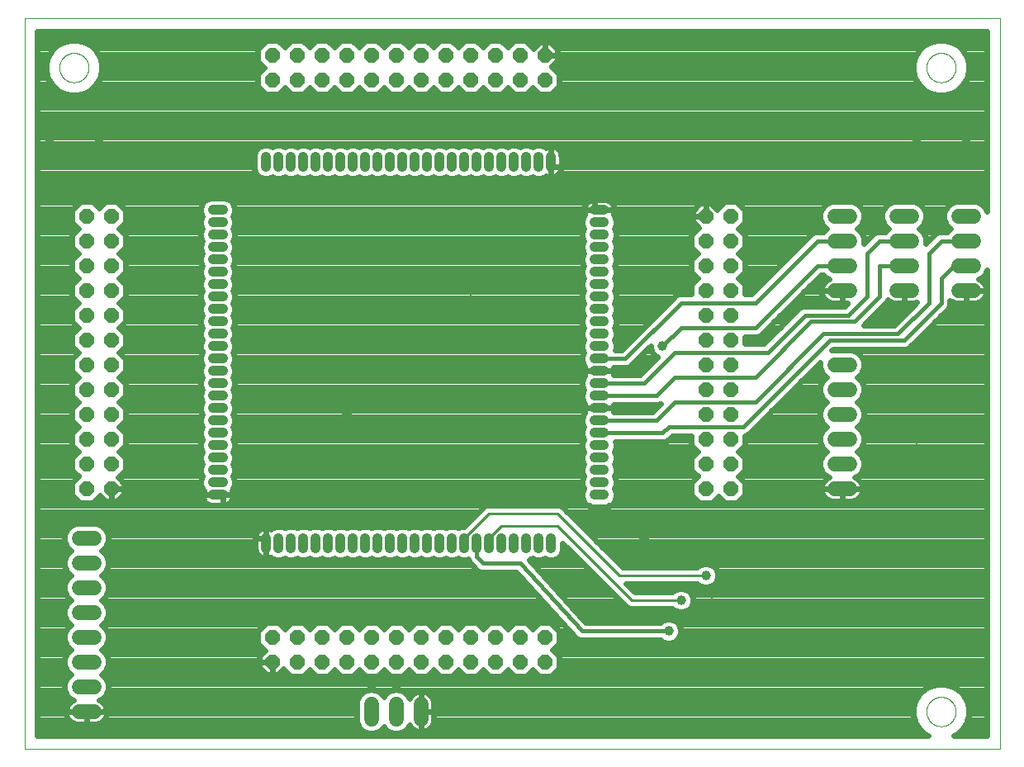
<source format=gbl>
G75*
%MOIN*%
%OFA0B0*%
%FSLAX25Y25*%
%IPPOS*%
%LPD*%
%AMOC8*
5,1,8,0,0,1.08239X$1,22.5*
%
%ADD10C,0.00000*%
%ADD11C,0.06000*%
%ADD12OC8,0.06000*%
%ADD13C,0.03969*%
%ADD14C,0.03962*%
%ADD15C,0.02400*%
%ADD16C,0.01600*%
%ADD17C,0.01000*%
D10*
X0002200Y0007200D02*
X0002200Y0302161D01*
X0395901Y0302161D01*
X0395901Y0007200D01*
X0002200Y0007200D01*
X0016294Y0282200D02*
X0016296Y0282353D01*
X0016302Y0282507D01*
X0016312Y0282660D01*
X0016326Y0282812D01*
X0016344Y0282965D01*
X0016366Y0283116D01*
X0016391Y0283267D01*
X0016421Y0283418D01*
X0016455Y0283568D01*
X0016492Y0283716D01*
X0016533Y0283864D01*
X0016578Y0284010D01*
X0016627Y0284156D01*
X0016680Y0284300D01*
X0016736Y0284442D01*
X0016796Y0284583D01*
X0016860Y0284723D01*
X0016927Y0284861D01*
X0016998Y0284997D01*
X0017073Y0285131D01*
X0017150Y0285263D01*
X0017232Y0285393D01*
X0017316Y0285521D01*
X0017404Y0285647D01*
X0017495Y0285770D01*
X0017589Y0285891D01*
X0017687Y0286009D01*
X0017787Y0286125D01*
X0017891Y0286238D01*
X0017997Y0286349D01*
X0018106Y0286457D01*
X0018218Y0286562D01*
X0018332Y0286663D01*
X0018450Y0286762D01*
X0018569Y0286858D01*
X0018691Y0286951D01*
X0018816Y0287040D01*
X0018943Y0287127D01*
X0019072Y0287209D01*
X0019203Y0287289D01*
X0019336Y0287365D01*
X0019471Y0287438D01*
X0019608Y0287507D01*
X0019747Y0287572D01*
X0019887Y0287634D01*
X0020029Y0287692D01*
X0020172Y0287747D01*
X0020317Y0287798D01*
X0020463Y0287845D01*
X0020610Y0287888D01*
X0020758Y0287927D01*
X0020907Y0287963D01*
X0021057Y0287994D01*
X0021208Y0288022D01*
X0021359Y0288046D01*
X0021512Y0288066D01*
X0021664Y0288082D01*
X0021817Y0288094D01*
X0021970Y0288102D01*
X0022123Y0288106D01*
X0022277Y0288106D01*
X0022430Y0288102D01*
X0022583Y0288094D01*
X0022736Y0288082D01*
X0022888Y0288066D01*
X0023041Y0288046D01*
X0023192Y0288022D01*
X0023343Y0287994D01*
X0023493Y0287963D01*
X0023642Y0287927D01*
X0023790Y0287888D01*
X0023937Y0287845D01*
X0024083Y0287798D01*
X0024228Y0287747D01*
X0024371Y0287692D01*
X0024513Y0287634D01*
X0024653Y0287572D01*
X0024792Y0287507D01*
X0024929Y0287438D01*
X0025064Y0287365D01*
X0025197Y0287289D01*
X0025328Y0287209D01*
X0025457Y0287127D01*
X0025584Y0287040D01*
X0025709Y0286951D01*
X0025831Y0286858D01*
X0025950Y0286762D01*
X0026068Y0286663D01*
X0026182Y0286562D01*
X0026294Y0286457D01*
X0026403Y0286349D01*
X0026509Y0286238D01*
X0026613Y0286125D01*
X0026713Y0286009D01*
X0026811Y0285891D01*
X0026905Y0285770D01*
X0026996Y0285647D01*
X0027084Y0285521D01*
X0027168Y0285393D01*
X0027250Y0285263D01*
X0027327Y0285131D01*
X0027402Y0284997D01*
X0027473Y0284861D01*
X0027540Y0284723D01*
X0027604Y0284583D01*
X0027664Y0284442D01*
X0027720Y0284300D01*
X0027773Y0284156D01*
X0027822Y0284010D01*
X0027867Y0283864D01*
X0027908Y0283716D01*
X0027945Y0283568D01*
X0027979Y0283418D01*
X0028009Y0283267D01*
X0028034Y0283116D01*
X0028056Y0282965D01*
X0028074Y0282812D01*
X0028088Y0282660D01*
X0028098Y0282507D01*
X0028104Y0282353D01*
X0028106Y0282200D01*
X0028104Y0282047D01*
X0028098Y0281893D01*
X0028088Y0281740D01*
X0028074Y0281588D01*
X0028056Y0281435D01*
X0028034Y0281284D01*
X0028009Y0281133D01*
X0027979Y0280982D01*
X0027945Y0280832D01*
X0027908Y0280684D01*
X0027867Y0280536D01*
X0027822Y0280390D01*
X0027773Y0280244D01*
X0027720Y0280100D01*
X0027664Y0279958D01*
X0027604Y0279817D01*
X0027540Y0279677D01*
X0027473Y0279539D01*
X0027402Y0279403D01*
X0027327Y0279269D01*
X0027250Y0279137D01*
X0027168Y0279007D01*
X0027084Y0278879D01*
X0026996Y0278753D01*
X0026905Y0278630D01*
X0026811Y0278509D01*
X0026713Y0278391D01*
X0026613Y0278275D01*
X0026509Y0278162D01*
X0026403Y0278051D01*
X0026294Y0277943D01*
X0026182Y0277838D01*
X0026068Y0277737D01*
X0025950Y0277638D01*
X0025831Y0277542D01*
X0025709Y0277449D01*
X0025584Y0277360D01*
X0025457Y0277273D01*
X0025328Y0277191D01*
X0025197Y0277111D01*
X0025064Y0277035D01*
X0024929Y0276962D01*
X0024792Y0276893D01*
X0024653Y0276828D01*
X0024513Y0276766D01*
X0024371Y0276708D01*
X0024228Y0276653D01*
X0024083Y0276602D01*
X0023937Y0276555D01*
X0023790Y0276512D01*
X0023642Y0276473D01*
X0023493Y0276437D01*
X0023343Y0276406D01*
X0023192Y0276378D01*
X0023041Y0276354D01*
X0022888Y0276334D01*
X0022736Y0276318D01*
X0022583Y0276306D01*
X0022430Y0276298D01*
X0022277Y0276294D01*
X0022123Y0276294D01*
X0021970Y0276298D01*
X0021817Y0276306D01*
X0021664Y0276318D01*
X0021512Y0276334D01*
X0021359Y0276354D01*
X0021208Y0276378D01*
X0021057Y0276406D01*
X0020907Y0276437D01*
X0020758Y0276473D01*
X0020610Y0276512D01*
X0020463Y0276555D01*
X0020317Y0276602D01*
X0020172Y0276653D01*
X0020029Y0276708D01*
X0019887Y0276766D01*
X0019747Y0276828D01*
X0019608Y0276893D01*
X0019471Y0276962D01*
X0019336Y0277035D01*
X0019203Y0277111D01*
X0019072Y0277191D01*
X0018943Y0277273D01*
X0018816Y0277360D01*
X0018691Y0277449D01*
X0018569Y0277542D01*
X0018450Y0277638D01*
X0018332Y0277737D01*
X0018218Y0277838D01*
X0018106Y0277943D01*
X0017997Y0278051D01*
X0017891Y0278162D01*
X0017787Y0278275D01*
X0017687Y0278391D01*
X0017589Y0278509D01*
X0017495Y0278630D01*
X0017404Y0278753D01*
X0017316Y0278879D01*
X0017232Y0279007D01*
X0017150Y0279137D01*
X0017073Y0279269D01*
X0016998Y0279403D01*
X0016927Y0279539D01*
X0016860Y0279677D01*
X0016796Y0279817D01*
X0016736Y0279958D01*
X0016680Y0280100D01*
X0016627Y0280244D01*
X0016578Y0280390D01*
X0016533Y0280536D01*
X0016492Y0280684D01*
X0016455Y0280832D01*
X0016421Y0280982D01*
X0016391Y0281133D01*
X0016366Y0281284D01*
X0016344Y0281435D01*
X0016326Y0281588D01*
X0016312Y0281740D01*
X0016302Y0281893D01*
X0016296Y0282047D01*
X0016294Y0282200D01*
X0366294Y0282200D02*
X0366296Y0282353D01*
X0366302Y0282507D01*
X0366312Y0282660D01*
X0366326Y0282812D01*
X0366344Y0282965D01*
X0366366Y0283116D01*
X0366391Y0283267D01*
X0366421Y0283418D01*
X0366455Y0283568D01*
X0366492Y0283716D01*
X0366533Y0283864D01*
X0366578Y0284010D01*
X0366627Y0284156D01*
X0366680Y0284300D01*
X0366736Y0284442D01*
X0366796Y0284583D01*
X0366860Y0284723D01*
X0366927Y0284861D01*
X0366998Y0284997D01*
X0367073Y0285131D01*
X0367150Y0285263D01*
X0367232Y0285393D01*
X0367316Y0285521D01*
X0367404Y0285647D01*
X0367495Y0285770D01*
X0367589Y0285891D01*
X0367687Y0286009D01*
X0367787Y0286125D01*
X0367891Y0286238D01*
X0367997Y0286349D01*
X0368106Y0286457D01*
X0368218Y0286562D01*
X0368332Y0286663D01*
X0368450Y0286762D01*
X0368569Y0286858D01*
X0368691Y0286951D01*
X0368816Y0287040D01*
X0368943Y0287127D01*
X0369072Y0287209D01*
X0369203Y0287289D01*
X0369336Y0287365D01*
X0369471Y0287438D01*
X0369608Y0287507D01*
X0369747Y0287572D01*
X0369887Y0287634D01*
X0370029Y0287692D01*
X0370172Y0287747D01*
X0370317Y0287798D01*
X0370463Y0287845D01*
X0370610Y0287888D01*
X0370758Y0287927D01*
X0370907Y0287963D01*
X0371057Y0287994D01*
X0371208Y0288022D01*
X0371359Y0288046D01*
X0371512Y0288066D01*
X0371664Y0288082D01*
X0371817Y0288094D01*
X0371970Y0288102D01*
X0372123Y0288106D01*
X0372277Y0288106D01*
X0372430Y0288102D01*
X0372583Y0288094D01*
X0372736Y0288082D01*
X0372888Y0288066D01*
X0373041Y0288046D01*
X0373192Y0288022D01*
X0373343Y0287994D01*
X0373493Y0287963D01*
X0373642Y0287927D01*
X0373790Y0287888D01*
X0373937Y0287845D01*
X0374083Y0287798D01*
X0374228Y0287747D01*
X0374371Y0287692D01*
X0374513Y0287634D01*
X0374653Y0287572D01*
X0374792Y0287507D01*
X0374929Y0287438D01*
X0375064Y0287365D01*
X0375197Y0287289D01*
X0375328Y0287209D01*
X0375457Y0287127D01*
X0375584Y0287040D01*
X0375709Y0286951D01*
X0375831Y0286858D01*
X0375950Y0286762D01*
X0376068Y0286663D01*
X0376182Y0286562D01*
X0376294Y0286457D01*
X0376403Y0286349D01*
X0376509Y0286238D01*
X0376613Y0286125D01*
X0376713Y0286009D01*
X0376811Y0285891D01*
X0376905Y0285770D01*
X0376996Y0285647D01*
X0377084Y0285521D01*
X0377168Y0285393D01*
X0377250Y0285263D01*
X0377327Y0285131D01*
X0377402Y0284997D01*
X0377473Y0284861D01*
X0377540Y0284723D01*
X0377604Y0284583D01*
X0377664Y0284442D01*
X0377720Y0284300D01*
X0377773Y0284156D01*
X0377822Y0284010D01*
X0377867Y0283864D01*
X0377908Y0283716D01*
X0377945Y0283568D01*
X0377979Y0283418D01*
X0378009Y0283267D01*
X0378034Y0283116D01*
X0378056Y0282965D01*
X0378074Y0282812D01*
X0378088Y0282660D01*
X0378098Y0282507D01*
X0378104Y0282353D01*
X0378106Y0282200D01*
X0378104Y0282047D01*
X0378098Y0281893D01*
X0378088Y0281740D01*
X0378074Y0281588D01*
X0378056Y0281435D01*
X0378034Y0281284D01*
X0378009Y0281133D01*
X0377979Y0280982D01*
X0377945Y0280832D01*
X0377908Y0280684D01*
X0377867Y0280536D01*
X0377822Y0280390D01*
X0377773Y0280244D01*
X0377720Y0280100D01*
X0377664Y0279958D01*
X0377604Y0279817D01*
X0377540Y0279677D01*
X0377473Y0279539D01*
X0377402Y0279403D01*
X0377327Y0279269D01*
X0377250Y0279137D01*
X0377168Y0279007D01*
X0377084Y0278879D01*
X0376996Y0278753D01*
X0376905Y0278630D01*
X0376811Y0278509D01*
X0376713Y0278391D01*
X0376613Y0278275D01*
X0376509Y0278162D01*
X0376403Y0278051D01*
X0376294Y0277943D01*
X0376182Y0277838D01*
X0376068Y0277737D01*
X0375950Y0277638D01*
X0375831Y0277542D01*
X0375709Y0277449D01*
X0375584Y0277360D01*
X0375457Y0277273D01*
X0375328Y0277191D01*
X0375197Y0277111D01*
X0375064Y0277035D01*
X0374929Y0276962D01*
X0374792Y0276893D01*
X0374653Y0276828D01*
X0374513Y0276766D01*
X0374371Y0276708D01*
X0374228Y0276653D01*
X0374083Y0276602D01*
X0373937Y0276555D01*
X0373790Y0276512D01*
X0373642Y0276473D01*
X0373493Y0276437D01*
X0373343Y0276406D01*
X0373192Y0276378D01*
X0373041Y0276354D01*
X0372888Y0276334D01*
X0372736Y0276318D01*
X0372583Y0276306D01*
X0372430Y0276298D01*
X0372277Y0276294D01*
X0372123Y0276294D01*
X0371970Y0276298D01*
X0371817Y0276306D01*
X0371664Y0276318D01*
X0371512Y0276334D01*
X0371359Y0276354D01*
X0371208Y0276378D01*
X0371057Y0276406D01*
X0370907Y0276437D01*
X0370758Y0276473D01*
X0370610Y0276512D01*
X0370463Y0276555D01*
X0370317Y0276602D01*
X0370172Y0276653D01*
X0370029Y0276708D01*
X0369887Y0276766D01*
X0369747Y0276828D01*
X0369608Y0276893D01*
X0369471Y0276962D01*
X0369336Y0277035D01*
X0369203Y0277111D01*
X0369072Y0277191D01*
X0368943Y0277273D01*
X0368816Y0277360D01*
X0368691Y0277449D01*
X0368569Y0277542D01*
X0368450Y0277638D01*
X0368332Y0277737D01*
X0368218Y0277838D01*
X0368106Y0277943D01*
X0367997Y0278051D01*
X0367891Y0278162D01*
X0367787Y0278275D01*
X0367687Y0278391D01*
X0367589Y0278509D01*
X0367495Y0278630D01*
X0367404Y0278753D01*
X0367316Y0278879D01*
X0367232Y0279007D01*
X0367150Y0279137D01*
X0367073Y0279269D01*
X0366998Y0279403D01*
X0366927Y0279539D01*
X0366860Y0279677D01*
X0366796Y0279817D01*
X0366736Y0279958D01*
X0366680Y0280100D01*
X0366627Y0280244D01*
X0366578Y0280390D01*
X0366533Y0280536D01*
X0366492Y0280684D01*
X0366455Y0280832D01*
X0366421Y0280982D01*
X0366391Y0281133D01*
X0366366Y0281284D01*
X0366344Y0281435D01*
X0366326Y0281588D01*
X0366312Y0281740D01*
X0366302Y0281893D01*
X0366296Y0282047D01*
X0366294Y0282200D01*
X0366294Y0022200D02*
X0366296Y0022353D01*
X0366302Y0022507D01*
X0366312Y0022660D01*
X0366326Y0022812D01*
X0366344Y0022965D01*
X0366366Y0023116D01*
X0366391Y0023267D01*
X0366421Y0023418D01*
X0366455Y0023568D01*
X0366492Y0023716D01*
X0366533Y0023864D01*
X0366578Y0024010D01*
X0366627Y0024156D01*
X0366680Y0024300D01*
X0366736Y0024442D01*
X0366796Y0024583D01*
X0366860Y0024723D01*
X0366927Y0024861D01*
X0366998Y0024997D01*
X0367073Y0025131D01*
X0367150Y0025263D01*
X0367232Y0025393D01*
X0367316Y0025521D01*
X0367404Y0025647D01*
X0367495Y0025770D01*
X0367589Y0025891D01*
X0367687Y0026009D01*
X0367787Y0026125D01*
X0367891Y0026238D01*
X0367997Y0026349D01*
X0368106Y0026457D01*
X0368218Y0026562D01*
X0368332Y0026663D01*
X0368450Y0026762D01*
X0368569Y0026858D01*
X0368691Y0026951D01*
X0368816Y0027040D01*
X0368943Y0027127D01*
X0369072Y0027209D01*
X0369203Y0027289D01*
X0369336Y0027365D01*
X0369471Y0027438D01*
X0369608Y0027507D01*
X0369747Y0027572D01*
X0369887Y0027634D01*
X0370029Y0027692D01*
X0370172Y0027747D01*
X0370317Y0027798D01*
X0370463Y0027845D01*
X0370610Y0027888D01*
X0370758Y0027927D01*
X0370907Y0027963D01*
X0371057Y0027994D01*
X0371208Y0028022D01*
X0371359Y0028046D01*
X0371512Y0028066D01*
X0371664Y0028082D01*
X0371817Y0028094D01*
X0371970Y0028102D01*
X0372123Y0028106D01*
X0372277Y0028106D01*
X0372430Y0028102D01*
X0372583Y0028094D01*
X0372736Y0028082D01*
X0372888Y0028066D01*
X0373041Y0028046D01*
X0373192Y0028022D01*
X0373343Y0027994D01*
X0373493Y0027963D01*
X0373642Y0027927D01*
X0373790Y0027888D01*
X0373937Y0027845D01*
X0374083Y0027798D01*
X0374228Y0027747D01*
X0374371Y0027692D01*
X0374513Y0027634D01*
X0374653Y0027572D01*
X0374792Y0027507D01*
X0374929Y0027438D01*
X0375064Y0027365D01*
X0375197Y0027289D01*
X0375328Y0027209D01*
X0375457Y0027127D01*
X0375584Y0027040D01*
X0375709Y0026951D01*
X0375831Y0026858D01*
X0375950Y0026762D01*
X0376068Y0026663D01*
X0376182Y0026562D01*
X0376294Y0026457D01*
X0376403Y0026349D01*
X0376509Y0026238D01*
X0376613Y0026125D01*
X0376713Y0026009D01*
X0376811Y0025891D01*
X0376905Y0025770D01*
X0376996Y0025647D01*
X0377084Y0025521D01*
X0377168Y0025393D01*
X0377250Y0025263D01*
X0377327Y0025131D01*
X0377402Y0024997D01*
X0377473Y0024861D01*
X0377540Y0024723D01*
X0377604Y0024583D01*
X0377664Y0024442D01*
X0377720Y0024300D01*
X0377773Y0024156D01*
X0377822Y0024010D01*
X0377867Y0023864D01*
X0377908Y0023716D01*
X0377945Y0023568D01*
X0377979Y0023418D01*
X0378009Y0023267D01*
X0378034Y0023116D01*
X0378056Y0022965D01*
X0378074Y0022812D01*
X0378088Y0022660D01*
X0378098Y0022507D01*
X0378104Y0022353D01*
X0378106Y0022200D01*
X0378104Y0022047D01*
X0378098Y0021893D01*
X0378088Y0021740D01*
X0378074Y0021588D01*
X0378056Y0021435D01*
X0378034Y0021284D01*
X0378009Y0021133D01*
X0377979Y0020982D01*
X0377945Y0020832D01*
X0377908Y0020684D01*
X0377867Y0020536D01*
X0377822Y0020390D01*
X0377773Y0020244D01*
X0377720Y0020100D01*
X0377664Y0019958D01*
X0377604Y0019817D01*
X0377540Y0019677D01*
X0377473Y0019539D01*
X0377402Y0019403D01*
X0377327Y0019269D01*
X0377250Y0019137D01*
X0377168Y0019007D01*
X0377084Y0018879D01*
X0376996Y0018753D01*
X0376905Y0018630D01*
X0376811Y0018509D01*
X0376713Y0018391D01*
X0376613Y0018275D01*
X0376509Y0018162D01*
X0376403Y0018051D01*
X0376294Y0017943D01*
X0376182Y0017838D01*
X0376068Y0017737D01*
X0375950Y0017638D01*
X0375831Y0017542D01*
X0375709Y0017449D01*
X0375584Y0017360D01*
X0375457Y0017273D01*
X0375328Y0017191D01*
X0375197Y0017111D01*
X0375064Y0017035D01*
X0374929Y0016962D01*
X0374792Y0016893D01*
X0374653Y0016828D01*
X0374513Y0016766D01*
X0374371Y0016708D01*
X0374228Y0016653D01*
X0374083Y0016602D01*
X0373937Y0016555D01*
X0373790Y0016512D01*
X0373642Y0016473D01*
X0373493Y0016437D01*
X0373343Y0016406D01*
X0373192Y0016378D01*
X0373041Y0016354D01*
X0372888Y0016334D01*
X0372736Y0016318D01*
X0372583Y0016306D01*
X0372430Y0016298D01*
X0372277Y0016294D01*
X0372123Y0016294D01*
X0371970Y0016298D01*
X0371817Y0016306D01*
X0371664Y0016318D01*
X0371512Y0016334D01*
X0371359Y0016354D01*
X0371208Y0016378D01*
X0371057Y0016406D01*
X0370907Y0016437D01*
X0370758Y0016473D01*
X0370610Y0016512D01*
X0370463Y0016555D01*
X0370317Y0016602D01*
X0370172Y0016653D01*
X0370029Y0016708D01*
X0369887Y0016766D01*
X0369747Y0016828D01*
X0369608Y0016893D01*
X0369471Y0016962D01*
X0369336Y0017035D01*
X0369203Y0017111D01*
X0369072Y0017191D01*
X0368943Y0017273D01*
X0368816Y0017360D01*
X0368691Y0017449D01*
X0368569Y0017542D01*
X0368450Y0017638D01*
X0368332Y0017737D01*
X0368218Y0017838D01*
X0368106Y0017943D01*
X0367997Y0018051D01*
X0367891Y0018162D01*
X0367787Y0018275D01*
X0367687Y0018391D01*
X0367589Y0018509D01*
X0367495Y0018630D01*
X0367404Y0018753D01*
X0367316Y0018879D01*
X0367232Y0019007D01*
X0367150Y0019137D01*
X0367073Y0019269D01*
X0366998Y0019403D01*
X0366927Y0019539D01*
X0366860Y0019677D01*
X0366796Y0019817D01*
X0366736Y0019958D01*
X0366680Y0020100D01*
X0366627Y0020244D01*
X0366578Y0020390D01*
X0366533Y0020536D01*
X0366492Y0020684D01*
X0366455Y0020832D01*
X0366421Y0020982D01*
X0366391Y0021133D01*
X0366366Y0021284D01*
X0366344Y0021435D01*
X0366326Y0021588D01*
X0366312Y0021740D01*
X0366302Y0021893D01*
X0366296Y0022047D01*
X0366294Y0022200D01*
D11*
X0335200Y0112200D02*
X0329200Y0112200D01*
X0329200Y0122200D02*
X0335200Y0122200D01*
X0335200Y0132200D02*
X0329200Y0132200D01*
X0329200Y0142200D02*
X0335200Y0142200D01*
X0335200Y0152200D02*
X0329200Y0152200D01*
X0329200Y0162200D02*
X0335200Y0162200D01*
X0335200Y0192200D02*
X0329200Y0192200D01*
X0329200Y0202200D02*
X0335200Y0202200D01*
X0335200Y0212200D02*
X0329200Y0212200D01*
X0329200Y0222200D02*
X0335200Y0222200D01*
X0354200Y0222200D02*
X0360200Y0222200D01*
X0360200Y0212200D02*
X0354200Y0212200D01*
X0354200Y0202200D02*
X0360200Y0202200D01*
X0360200Y0192200D02*
X0354200Y0192200D01*
X0379200Y0192200D02*
X0385200Y0192200D01*
X0385200Y0202200D02*
X0379200Y0202200D01*
X0379200Y0212200D02*
X0385200Y0212200D01*
X0385200Y0222200D02*
X0379200Y0222200D01*
X0162200Y0025200D02*
X0162200Y0019200D01*
X0152200Y0019200D02*
X0152200Y0025200D01*
X0142200Y0025200D02*
X0142200Y0019200D01*
X0030200Y0022200D02*
X0024200Y0022200D01*
X0024200Y0032200D02*
X0030200Y0032200D01*
X0030200Y0042200D02*
X0024200Y0042200D01*
X0024200Y0052200D02*
X0030200Y0052200D01*
X0030200Y0062200D02*
X0024200Y0062200D01*
X0024200Y0072200D02*
X0030200Y0072200D01*
X0030200Y0082200D02*
X0024200Y0082200D01*
X0024200Y0092200D02*
X0030200Y0092200D01*
D12*
X0027200Y0112200D03*
X0027200Y0122200D03*
X0027200Y0132200D03*
X0027200Y0142200D03*
X0027200Y0152200D03*
X0027200Y0162200D03*
X0027200Y0172200D03*
X0037200Y0172200D03*
X0037200Y0162200D03*
X0037200Y0152200D03*
X0037200Y0142200D03*
X0037200Y0132200D03*
X0037200Y0122200D03*
X0037200Y0112200D03*
X0102200Y0052200D03*
X0102200Y0042200D03*
X0112200Y0042200D03*
X0122200Y0042200D03*
X0122200Y0052200D03*
X0112200Y0052200D03*
X0132200Y0052200D03*
X0142200Y0052200D03*
X0142200Y0042200D03*
X0132200Y0042200D03*
X0152200Y0042200D03*
X0162200Y0042200D03*
X0162200Y0052200D03*
X0152200Y0052200D03*
X0172200Y0052200D03*
X0182200Y0052200D03*
X0182200Y0042200D03*
X0172200Y0042200D03*
X0192200Y0042200D03*
X0202200Y0042200D03*
X0202200Y0052200D03*
X0192200Y0052200D03*
X0212200Y0052200D03*
X0212200Y0042200D03*
X0277200Y0112200D03*
X0287200Y0112200D03*
X0287200Y0122200D03*
X0277200Y0122200D03*
X0277200Y0132200D03*
X0287200Y0132200D03*
X0287200Y0142200D03*
X0277200Y0142200D03*
X0277200Y0152200D03*
X0287200Y0152200D03*
X0287200Y0162200D03*
X0277200Y0162200D03*
X0277200Y0172200D03*
X0287200Y0172200D03*
X0287200Y0182200D03*
X0277200Y0182200D03*
X0277200Y0192200D03*
X0287200Y0192200D03*
X0287200Y0202200D03*
X0277200Y0202200D03*
X0277200Y0212200D03*
X0287200Y0212200D03*
X0287200Y0222200D03*
X0277200Y0222200D03*
X0212200Y0277200D03*
X0212200Y0287200D03*
X0202200Y0287200D03*
X0192200Y0287200D03*
X0192200Y0277200D03*
X0202200Y0277200D03*
X0182200Y0277200D03*
X0172200Y0277200D03*
X0172200Y0287200D03*
X0182200Y0287200D03*
X0162200Y0287200D03*
X0152200Y0287200D03*
X0152200Y0277200D03*
X0162200Y0277200D03*
X0142200Y0277200D03*
X0132200Y0277200D03*
X0132200Y0287200D03*
X0142200Y0287200D03*
X0122200Y0287200D03*
X0112200Y0287200D03*
X0112200Y0277200D03*
X0122200Y0277200D03*
X0102200Y0277200D03*
X0102200Y0287200D03*
X0037200Y0222200D03*
X0037200Y0212200D03*
X0037200Y0202200D03*
X0037200Y0192200D03*
X0037200Y0182200D03*
X0027200Y0182200D03*
X0027200Y0192200D03*
X0027200Y0202200D03*
X0027200Y0212200D03*
X0027200Y0222200D03*
D13*
X0078231Y0219700D02*
X0082200Y0219700D01*
X0082200Y0214700D02*
X0078231Y0214700D01*
X0078231Y0209700D02*
X0082200Y0209700D01*
X0082200Y0204700D02*
X0078231Y0204700D01*
X0078231Y0199700D02*
X0082200Y0199700D01*
X0082200Y0194700D02*
X0078231Y0194700D01*
X0078231Y0189700D02*
X0082200Y0189700D01*
X0082200Y0184700D02*
X0078231Y0184700D01*
X0078231Y0179700D02*
X0082200Y0179700D01*
X0082200Y0174700D02*
X0078231Y0174700D01*
X0078231Y0169700D02*
X0082200Y0169700D01*
X0082200Y0164700D02*
X0078231Y0164700D01*
X0078231Y0159700D02*
X0082200Y0159700D01*
X0082200Y0154700D02*
X0078231Y0154700D01*
X0078231Y0149700D02*
X0082200Y0149700D01*
X0082200Y0144700D02*
X0078231Y0144700D01*
X0078231Y0139700D02*
X0082200Y0139700D01*
X0082200Y0134700D02*
X0078231Y0134700D01*
X0078231Y0129700D02*
X0082200Y0129700D01*
X0082200Y0124700D02*
X0078231Y0124700D01*
X0078231Y0119700D02*
X0082200Y0119700D01*
X0082200Y0114700D02*
X0078231Y0114700D01*
X0078231Y0109700D02*
X0082200Y0109700D01*
X0099700Y0092200D02*
X0099700Y0088231D01*
X0104700Y0088231D02*
X0104700Y0092200D01*
X0109700Y0092200D02*
X0109700Y0088231D01*
X0114700Y0088231D02*
X0114700Y0092200D01*
X0119700Y0092200D02*
X0119700Y0088231D01*
X0124700Y0088231D02*
X0124700Y0092200D01*
X0129700Y0092200D02*
X0129700Y0088231D01*
X0134700Y0088231D02*
X0134700Y0092200D01*
X0139700Y0092200D02*
X0139700Y0088231D01*
X0144700Y0088231D02*
X0144700Y0092200D01*
X0149700Y0092200D02*
X0149700Y0088231D01*
X0154700Y0088231D02*
X0154700Y0092200D01*
X0159700Y0092200D02*
X0159700Y0088231D01*
X0164700Y0088231D02*
X0164700Y0092200D01*
X0169700Y0092200D02*
X0169700Y0088231D01*
X0174700Y0088231D02*
X0174700Y0092200D01*
X0179700Y0092200D02*
X0179700Y0088231D01*
X0184700Y0088231D02*
X0184700Y0092200D01*
X0189700Y0092200D02*
X0189700Y0088231D01*
X0194700Y0088231D02*
X0194700Y0092200D01*
X0199700Y0092200D02*
X0199700Y0088231D01*
X0204700Y0088231D02*
X0204700Y0092200D01*
X0209700Y0092200D02*
X0209700Y0088231D01*
X0214700Y0088231D02*
X0214700Y0092200D01*
X0232200Y0109700D02*
X0236169Y0109700D01*
X0236169Y0114700D02*
X0232200Y0114700D01*
X0232200Y0119700D02*
X0236169Y0119700D01*
X0236169Y0124700D02*
X0232200Y0124700D01*
X0232200Y0129700D02*
X0236169Y0129700D01*
X0236169Y0134700D02*
X0232200Y0134700D01*
X0232200Y0139700D02*
X0236169Y0139700D01*
X0236169Y0144700D02*
X0232200Y0144700D01*
X0232200Y0149700D02*
X0236169Y0149700D01*
X0236169Y0154700D02*
X0232200Y0154700D01*
X0232200Y0159700D02*
X0236169Y0159700D01*
X0236169Y0164700D02*
X0232200Y0164700D01*
X0232200Y0169700D02*
X0236169Y0169700D01*
X0236169Y0174700D02*
X0232200Y0174700D01*
X0232200Y0179700D02*
X0236169Y0179700D01*
X0236169Y0184700D02*
X0232200Y0184700D01*
X0232200Y0189700D02*
X0236169Y0189700D01*
X0236169Y0194700D02*
X0232200Y0194700D01*
X0232200Y0199700D02*
X0236169Y0199700D01*
X0236169Y0204700D02*
X0232200Y0204700D01*
X0232200Y0209700D02*
X0236169Y0209700D01*
X0236169Y0214700D02*
X0232200Y0214700D01*
X0232200Y0219700D02*
X0236169Y0219700D01*
X0236169Y0224700D02*
X0232200Y0224700D01*
X0214700Y0242200D02*
X0214700Y0246169D01*
X0209700Y0246169D02*
X0209700Y0242200D01*
X0204700Y0242200D02*
X0204700Y0246169D01*
X0199700Y0246169D02*
X0199700Y0242200D01*
X0194700Y0242200D02*
X0194700Y0246169D01*
X0189700Y0246169D02*
X0189700Y0242200D01*
X0184700Y0242200D02*
X0184700Y0246169D01*
X0179700Y0246169D02*
X0179700Y0242200D01*
X0174700Y0242200D02*
X0174700Y0246169D01*
X0169700Y0246169D02*
X0169700Y0242200D01*
X0164700Y0242200D02*
X0164700Y0246169D01*
X0159700Y0246169D02*
X0159700Y0242200D01*
X0154700Y0242200D02*
X0154700Y0246169D01*
X0149700Y0246169D02*
X0149700Y0242200D01*
X0144700Y0242200D02*
X0144700Y0246169D01*
X0139700Y0246169D02*
X0139700Y0242200D01*
X0134700Y0242200D02*
X0134700Y0246169D01*
X0129700Y0246169D02*
X0129700Y0242200D01*
X0124700Y0242200D02*
X0124700Y0246169D01*
X0119700Y0246169D02*
X0119700Y0242200D01*
X0114700Y0242200D02*
X0114700Y0246169D01*
X0109700Y0246169D02*
X0109700Y0242200D01*
X0104700Y0242200D02*
X0104700Y0246169D01*
X0099700Y0246169D02*
X0099700Y0242200D01*
X0082200Y0224700D02*
X0078231Y0224700D01*
D14*
X0032200Y0252200D03*
X0012200Y0252200D03*
X0052200Y0272200D03*
X0072200Y0292200D03*
X0162200Y0212200D03*
X0182200Y0192200D03*
X0202200Y0172200D03*
X0259700Y0169700D03*
X0297200Y0237200D03*
X0342200Y0262200D03*
X0362200Y0252200D03*
X0382200Y0252200D03*
X0342200Y0282200D03*
X0382200Y0162200D03*
X0362200Y0152200D03*
X0362200Y0132200D03*
X0362200Y0112200D03*
X0279700Y0069700D03*
X0277200Y0077200D03*
X0267200Y0067200D03*
X0262200Y0054700D03*
X0252200Y0092200D03*
X0212200Y0022200D03*
X0152200Y0122200D03*
X0132200Y0142200D03*
X0112200Y0162200D03*
X0062200Y0022200D03*
X0342200Y0022200D03*
D15*
X0361094Y0021388D02*
X0167400Y0021388D01*
X0167400Y0022200D02*
X0162200Y0022200D01*
X0167400Y0022200D01*
X0167400Y0025609D01*
X0167272Y0026418D01*
X0167019Y0027196D01*
X0166647Y0027925D01*
X0166166Y0028588D01*
X0165588Y0029166D01*
X0164925Y0029647D01*
X0164196Y0030019D01*
X0163418Y0030272D01*
X0162609Y0030400D01*
X0162200Y0030400D01*
X0162200Y0022200D01*
X0162200Y0022200D01*
X0162200Y0022200D01*
X0162200Y0014000D01*
X0162609Y0014000D01*
X0163418Y0014128D01*
X0164196Y0014381D01*
X0164925Y0014753D01*
X0165588Y0015234D01*
X0166166Y0015812D01*
X0166647Y0016475D01*
X0167019Y0017204D01*
X0167272Y0017982D01*
X0167400Y0018791D01*
X0167400Y0022200D01*
X0167400Y0023787D02*
X0361128Y0023787D01*
X0361094Y0023662D02*
X0361094Y0020738D01*
X0361851Y0017913D01*
X0363313Y0015381D01*
X0365381Y0013313D01*
X0366963Y0012400D01*
X0007400Y0012400D01*
X0007400Y0296961D01*
X0390701Y0296961D01*
X0390701Y0224076D01*
X0390117Y0225485D01*
X0388485Y0227117D01*
X0386354Y0228000D01*
X0378046Y0228000D01*
X0375915Y0227117D01*
X0374283Y0225485D01*
X0373400Y0223354D01*
X0373400Y0221046D01*
X0374283Y0218915D01*
X0375915Y0217283D01*
X0376115Y0217200D01*
X0375915Y0217117D01*
X0374598Y0215800D01*
X0371484Y0215800D01*
X0370161Y0215252D01*
X0366000Y0211091D01*
X0366000Y0213354D01*
X0365117Y0215485D01*
X0363485Y0217117D01*
X0363285Y0217200D01*
X0363485Y0217283D01*
X0365117Y0218915D01*
X0366000Y0221046D01*
X0366000Y0223354D01*
X0365117Y0225485D01*
X0363485Y0227117D01*
X0361354Y0228000D01*
X0353046Y0228000D01*
X0350915Y0227117D01*
X0349283Y0225485D01*
X0348400Y0223354D01*
X0348400Y0221046D01*
X0349283Y0218915D01*
X0350915Y0217283D01*
X0351115Y0217200D01*
X0350915Y0217117D01*
X0349598Y0215800D01*
X0346484Y0215800D01*
X0345161Y0215252D01*
X0341000Y0211091D01*
X0341000Y0213354D01*
X0340117Y0215485D01*
X0338485Y0217117D01*
X0338285Y0217200D01*
X0338485Y0217283D01*
X0340117Y0218915D01*
X0341000Y0221046D01*
X0341000Y0223354D01*
X0340117Y0225485D01*
X0338485Y0227117D01*
X0336354Y0228000D01*
X0328046Y0228000D01*
X0325915Y0227117D01*
X0324283Y0225485D01*
X0323400Y0223354D01*
X0323400Y0221046D01*
X0324283Y0218915D01*
X0325915Y0217283D01*
X0326115Y0217200D01*
X0325915Y0217117D01*
X0324598Y0215800D01*
X0321484Y0215800D01*
X0320161Y0215252D01*
X0295709Y0190800D01*
X0293000Y0190800D01*
X0293000Y0194602D01*
X0290402Y0197200D01*
X0293000Y0199798D01*
X0293000Y0204602D01*
X0290402Y0207200D01*
X0293000Y0209798D01*
X0293000Y0214602D01*
X0290402Y0217200D01*
X0293000Y0219798D01*
X0293000Y0224602D01*
X0289602Y0228000D01*
X0284798Y0228000D01*
X0281776Y0224978D01*
X0279354Y0227400D01*
X0277200Y0227400D01*
X0277200Y0222200D01*
X0277200Y0222200D01*
X0277200Y0222200D01*
X0272000Y0222200D01*
X0272000Y0224354D01*
X0275046Y0227400D01*
X0277200Y0227400D01*
X0277200Y0222200D01*
X0272000Y0222200D01*
X0272000Y0220046D01*
X0274422Y0217624D01*
X0271400Y0214602D01*
X0271400Y0209798D01*
X0273998Y0207200D01*
X0271400Y0204602D01*
X0271400Y0199798D01*
X0273998Y0197200D01*
X0271400Y0194602D01*
X0271400Y0190800D01*
X0266484Y0190800D01*
X0265161Y0190252D01*
X0243209Y0168300D01*
X0240767Y0168300D01*
X0240953Y0168748D01*
X0240953Y0170652D01*
X0240311Y0172200D01*
X0240953Y0173748D01*
X0240953Y0175652D01*
X0240311Y0177200D01*
X0240953Y0178748D01*
X0240953Y0180652D01*
X0240311Y0182200D01*
X0240953Y0183748D01*
X0240953Y0185652D01*
X0240311Y0187200D01*
X0240953Y0188748D01*
X0240953Y0190652D01*
X0240311Y0192200D01*
X0240953Y0193748D01*
X0240953Y0195652D01*
X0240311Y0197200D01*
X0240953Y0198748D01*
X0240953Y0200652D01*
X0240311Y0202200D01*
X0240953Y0203748D01*
X0240953Y0205652D01*
X0240311Y0207200D01*
X0240953Y0208748D01*
X0240953Y0210652D01*
X0240311Y0212200D01*
X0240953Y0213748D01*
X0240953Y0215652D01*
X0240311Y0217200D01*
X0240953Y0218748D01*
X0240953Y0220652D01*
X0240224Y0222410D01*
X0239876Y0222759D01*
X0240046Y0223094D01*
X0240250Y0223720D01*
X0240353Y0224371D01*
X0240353Y0224700D01*
X0240353Y0225029D01*
X0240250Y0225680D01*
X0240046Y0226306D01*
X0239747Y0226893D01*
X0239360Y0227426D01*
X0238894Y0227892D01*
X0238362Y0228279D01*
X0237775Y0228578D01*
X0237148Y0228781D01*
X0236498Y0228884D01*
X0232200Y0228884D01*
X0231871Y0228884D01*
X0231220Y0228781D01*
X0230594Y0228578D01*
X0230007Y0228279D01*
X0229474Y0227892D01*
X0229008Y0227426D01*
X0228621Y0226893D01*
X0228322Y0226306D01*
X0228119Y0225680D01*
X0228016Y0225029D01*
X0228016Y0224700D01*
X0228016Y0224371D01*
X0228119Y0223720D01*
X0228322Y0223094D01*
X0228493Y0222759D01*
X0228144Y0222410D01*
X0227416Y0220652D01*
X0227416Y0218748D01*
X0228057Y0217200D01*
X0227416Y0215652D01*
X0227416Y0213748D01*
X0228057Y0212200D01*
X0227416Y0210652D01*
X0227416Y0208748D01*
X0228057Y0207200D01*
X0227416Y0205652D01*
X0227416Y0203748D01*
X0228057Y0202200D01*
X0227416Y0200652D01*
X0227416Y0198748D01*
X0228057Y0197200D01*
X0227416Y0195652D01*
X0227416Y0193748D01*
X0228057Y0192200D01*
X0227416Y0190652D01*
X0227416Y0188748D01*
X0228057Y0187200D01*
X0227416Y0185652D01*
X0227416Y0183748D01*
X0228057Y0182200D01*
X0227416Y0180652D01*
X0227416Y0178748D01*
X0228057Y0177200D01*
X0227416Y0175652D01*
X0227416Y0173748D01*
X0228057Y0172200D01*
X0227416Y0170652D01*
X0227416Y0168748D01*
X0228057Y0167200D01*
X0227416Y0165652D01*
X0227416Y0163748D01*
X0228144Y0161990D01*
X0228493Y0161641D01*
X0228322Y0161306D01*
X0228119Y0160680D01*
X0228016Y0160029D01*
X0228016Y0159700D01*
X0228016Y0159371D01*
X0228119Y0158720D01*
X0228322Y0158094D01*
X0228493Y0157759D01*
X0228144Y0157410D01*
X0227416Y0155652D01*
X0227416Y0153748D01*
X0228057Y0152200D01*
X0227416Y0150652D01*
X0227416Y0148748D01*
X0228144Y0146990D01*
X0228493Y0146641D01*
X0228322Y0146306D01*
X0228119Y0145680D01*
X0228016Y0145029D01*
X0228016Y0144700D01*
X0228016Y0144371D01*
X0228119Y0143720D01*
X0228322Y0143094D01*
X0228493Y0142759D01*
X0228144Y0142410D01*
X0227416Y0140652D01*
X0227416Y0138748D01*
X0228057Y0137200D01*
X0227416Y0135652D01*
X0227416Y0133748D01*
X0228057Y0132200D01*
X0227416Y0130652D01*
X0227416Y0128748D01*
X0228057Y0127200D01*
X0227416Y0125652D01*
X0227416Y0123748D01*
X0228057Y0122200D01*
X0227416Y0120652D01*
X0227416Y0118748D01*
X0228057Y0117200D01*
X0227416Y0115652D01*
X0227416Y0113748D01*
X0228057Y0112200D01*
X0227416Y0110652D01*
X0227416Y0108748D01*
X0228144Y0106990D01*
X0229490Y0105644D01*
X0231248Y0104916D01*
X0237120Y0104916D01*
X0238879Y0105644D01*
X0240224Y0106990D01*
X0240953Y0108748D01*
X0240953Y0110652D01*
X0240311Y0112200D01*
X0240953Y0113748D01*
X0240953Y0115652D01*
X0240311Y0117200D01*
X0240953Y0118748D01*
X0240953Y0120652D01*
X0240311Y0122200D01*
X0240953Y0123748D01*
X0240953Y0125652D01*
X0240311Y0127200D01*
X0240953Y0128748D01*
X0240953Y0130652D01*
X0240767Y0131100D01*
X0260416Y0131100D01*
X0261739Y0131648D01*
X0263691Y0133600D01*
X0271400Y0133600D01*
X0271400Y0129798D01*
X0273998Y0127200D01*
X0271400Y0124602D01*
X0271400Y0119798D01*
X0273998Y0117200D01*
X0271400Y0114602D01*
X0271400Y0109798D01*
X0274798Y0106400D01*
X0279602Y0106400D01*
X0282200Y0108998D01*
X0284798Y0106400D01*
X0289602Y0106400D01*
X0293000Y0109798D01*
X0293000Y0114602D01*
X0290402Y0117200D01*
X0293000Y0119798D01*
X0293000Y0124602D01*
X0290402Y0127200D01*
X0293000Y0129798D01*
X0293000Y0133635D01*
X0294239Y0134148D01*
X0323400Y0163309D01*
X0323400Y0161046D01*
X0324283Y0158915D01*
X0325915Y0157283D01*
X0326115Y0157200D01*
X0325915Y0157117D01*
X0324283Y0155485D01*
X0323400Y0153354D01*
X0323400Y0151046D01*
X0324283Y0148915D01*
X0325915Y0147283D01*
X0326115Y0147200D01*
X0325915Y0147117D01*
X0324283Y0145485D01*
X0323400Y0143354D01*
X0323400Y0141046D01*
X0324283Y0138915D01*
X0299006Y0138915D01*
X0296608Y0136517D02*
X0325314Y0136517D01*
X0325915Y0137117D02*
X0324283Y0135485D01*
X0323400Y0133354D01*
X0323400Y0131046D01*
X0324283Y0128915D01*
X0325915Y0127283D01*
X0326115Y0127200D01*
X0325915Y0127117D01*
X0324283Y0125485D01*
X0323400Y0123354D01*
X0323400Y0121046D01*
X0324283Y0118915D01*
X0325915Y0117283D01*
X0326912Y0116870D01*
X0326475Y0116647D01*
X0325812Y0116166D01*
X0325234Y0115588D01*
X0324753Y0114925D01*
X0324381Y0114196D01*
X0324128Y0113418D01*
X0324000Y0112609D01*
X0324000Y0112200D01*
X0332200Y0112200D01*
X0340400Y0112200D01*
X0340400Y0112609D01*
X0340272Y0113418D01*
X0340019Y0114196D01*
X0339647Y0114925D01*
X0339166Y0115588D01*
X0338588Y0116166D01*
X0337925Y0116647D01*
X0337488Y0116870D01*
X0338485Y0117283D01*
X0340117Y0118915D01*
X0341000Y0121046D01*
X0341000Y0123354D01*
X0340117Y0125485D01*
X0338485Y0127117D01*
X0338285Y0127200D01*
X0338485Y0127283D01*
X0340117Y0128915D01*
X0341000Y0131046D01*
X0341000Y0133354D01*
X0340117Y0135485D01*
X0338485Y0137117D01*
X0338285Y0137200D01*
X0338485Y0137283D01*
X0340117Y0138915D01*
X0390701Y0138915D01*
X0390701Y0136517D02*
X0339086Y0136517D01*
X0340117Y0138915D02*
X0341000Y0141046D01*
X0341000Y0143354D01*
X0340117Y0145485D01*
X0338485Y0147117D01*
X0338285Y0147200D01*
X0338485Y0147283D01*
X0340117Y0148915D01*
X0341000Y0151046D01*
X0341000Y0153354D01*
X0340117Y0155485D01*
X0338485Y0157117D01*
X0338285Y0157200D01*
X0338485Y0157283D01*
X0340117Y0158915D01*
X0341000Y0161046D01*
X0341000Y0163354D01*
X0340117Y0165485D01*
X0338485Y0167117D01*
X0336354Y0168000D01*
X0328091Y0168000D01*
X0328691Y0168600D01*
X0357916Y0168600D01*
X0359239Y0169148D01*
X0374239Y0184148D01*
X0375252Y0185161D01*
X0375800Y0186484D01*
X0375800Y0188246D01*
X0375812Y0188234D01*
X0376475Y0187753D01*
X0377204Y0187381D01*
X0377982Y0187128D01*
X0378791Y0187000D01*
X0382200Y0187000D01*
X0385609Y0187000D01*
X0386418Y0187128D01*
X0387196Y0187381D01*
X0387925Y0187753D01*
X0388588Y0188234D01*
X0389166Y0188812D01*
X0389647Y0189475D01*
X0390019Y0190204D01*
X0390272Y0190982D01*
X0390400Y0191791D01*
X0390400Y0192200D01*
X0390400Y0192609D01*
X0390272Y0193418D01*
X0390019Y0194196D01*
X0389647Y0194925D01*
X0389166Y0195588D01*
X0388588Y0196166D01*
X0387925Y0196647D01*
X0387488Y0196870D01*
X0388485Y0197283D01*
X0390117Y0198915D01*
X0390701Y0200324D01*
X0390701Y0012400D01*
X0377437Y0012400D01*
X0379019Y0013313D01*
X0381087Y0015381D01*
X0382549Y0017913D01*
X0383305Y0020738D01*
X0383305Y0023662D01*
X0382549Y0026487D01*
X0381087Y0029019D01*
X0379019Y0031087D01*
X0376487Y0032549D01*
X0373662Y0033305D01*
X0370738Y0033305D01*
X0367913Y0032549D01*
X0365381Y0031087D01*
X0363313Y0029019D01*
X0361851Y0026487D01*
X0361094Y0023662D01*
X0361771Y0026185D02*
X0167309Y0026185D01*
X0166169Y0028584D02*
X0363062Y0028584D01*
X0365277Y0030982D02*
X0153397Y0030982D01*
X0153354Y0031000D02*
X0151046Y0031000D01*
X0148915Y0030117D01*
X0147283Y0028485D01*
X0147200Y0028285D01*
X0147117Y0028485D01*
X0145485Y0030117D01*
X0143354Y0031000D01*
X0141046Y0031000D01*
X0138915Y0030117D01*
X0137283Y0028485D01*
X0136400Y0026354D01*
X0136400Y0018046D01*
X0137283Y0015915D01*
X0138915Y0014283D01*
X0141046Y0013400D01*
X0143354Y0013400D01*
X0145485Y0014283D01*
X0147117Y0015915D01*
X0147200Y0016115D01*
X0147283Y0015915D01*
X0148915Y0014283D01*
X0151046Y0013400D01*
X0153354Y0013400D01*
X0155485Y0014283D01*
X0157117Y0015915D01*
X0157530Y0016912D01*
X0157753Y0016475D01*
X0158234Y0015812D01*
X0158812Y0015234D01*
X0159475Y0014753D01*
X0160204Y0014381D01*
X0160982Y0014128D01*
X0161791Y0014000D01*
X0162200Y0014000D01*
X0162200Y0022200D01*
X0162200Y0022200D01*
X0162200Y0030400D01*
X0161791Y0030400D01*
X0160982Y0030272D01*
X0160204Y0030019D01*
X0159475Y0029647D01*
X0158812Y0029166D01*
X0158234Y0028588D01*
X0157753Y0027925D01*
X0157530Y0027488D01*
X0157117Y0028485D01*
X0155485Y0030117D01*
X0153354Y0031000D01*
X0151003Y0030982D02*
X0143397Y0030982D01*
X0141003Y0030982D02*
X0035973Y0030982D01*
X0036000Y0031046D02*
X0036000Y0033354D01*
X0035117Y0035485D01*
X0033485Y0037117D01*
X0033285Y0037200D01*
X0033485Y0037283D01*
X0035117Y0038915D01*
X0036000Y0041046D01*
X0036000Y0043354D01*
X0035117Y0045485D01*
X0033485Y0047117D01*
X0033285Y0047200D01*
X0033485Y0047283D01*
X0035117Y0048915D01*
X0036000Y0051046D01*
X0036000Y0053354D01*
X0035117Y0055485D01*
X0033485Y0057117D01*
X0033285Y0057200D01*
X0033485Y0057283D01*
X0035117Y0058915D01*
X0036000Y0061046D01*
X0036000Y0063354D01*
X0035117Y0065485D01*
X0033485Y0067117D01*
X0033285Y0067200D01*
X0033485Y0067283D01*
X0035117Y0068915D01*
X0036000Y0071046D01*
X0036000Y0073354D01*
X0035117Y0075485D01*
X0033485Y0077117D01*
X0033285Y0077200D01*
X0033485Y0077283D01*
X0035117Y0078915D01*
X0036000Y0081046D01*
X0036000Y0083354D01*
X0035117Y0085485D01*
X0033485Y0087117D01*
X0033285Y0087200D01*
X0033485Y0087283D01*
X0035117Y0088915D01*
X0036000Y0091046D01*
X0036000Y0093354D01*
X0035117Y0095485D01*
X0033485Y0097117D01*
X0031354Y0098000D01*
X0023046Y0098000D01*
X0020915Y0097117D01*
X0019283Y0095485D01*
X0018400Y0093354D01*
X0018400Y0091046D01*
X0019283Y0088915D01*
X0020915Y0087283D01*
X0021115Y0087200D01*
X0020915Y0087117D01*
X0019283Y0085485D01*
X0018400Y0083354D01*
X0018400Y0081046D01*
X0019283Y0078915D01*
X0020915Y0077283D01*
X0021115Y0077200D01*
X0020915Y0077117D01*
X0019283Y0075485D01*
X0018400Y0073354D01*
X0018400Y0071046D01*
X0019283Y0068915D01*
X0020915Y0067283D01*
X0021115Y0067200D01*
X0020915Y0067117D01*
X0019283Y0065485D01*
X0018400Y0063354D01*
X0018400Y0061046D01*
X0019283Y0058915D01*
X0020915Y0057283D01*
X0021115Y0057200D01*
X0020915Y0057117D01*
X0019283Y0055485D01*
X0018400Y0053354D01*
X0018400Y0051046D01*
X0019283Y0048915D01*
X0020915Y0047283D01*
X0021115Y0047200D01*
X0020915Y0047117D01*
X0019283Y0045485D01*
X0018400Y0043354D01*
X0018400Y0041046D01*
X0019283Y0038915D01*
X0020915Y0037283D01*
X0021115Y0037200D01*
X0020915Y0037117D01*
X0019283Y0035485D01*
X0018400Y0033354D01*
X0018400Y0031046D01*
X0019283Y0028915D01*
X0020915Y0027283D01*
X0021912Y0026870D01*
X0021475Y0026647D01*
X0020812Y0026166D01*
X0020234Y0025588D01*
X0019753Y0024925D01*
X0019381Y0024196D01*
X0019128Y0023418D01*
X0019000Y0022609D01*
X0019000Y0022200D01*
X0027200Y0022200D01*
X0035400Y0022200D01*
X0035400Y0022609D01*
X0035272Y0023418D01*
X0035019Y0024196D01*
X0034647Y0024925D01*
X0034166Y0025588D01*
X0033588Y0026166D01*
X0032925Y0026647D01*
X0032488Y0026870D01*
X0033485Y0027283D01*
X0035117Y0028915D01*
X0036000Y0031046D01*
X0035989Y0033381D02*
X0390701Y0033381D01*
X0390701Y0035779D02*
X0034823Y0035779D01*
X0034380Y0038178D02*
X0098868Y0038178D01*
X0100046Y0037000D02*
X0097000Y0040046D01*
X0097000Y0042200D01*
X0102200Y0042200D01*
X0102200Y0037000D01*
X0104354Y0037000D01*
X0106776Y0039422D01*
X0109798Y0036400D01*
X0114602Y0036400D01*
X0117200Y0038998D01*
X0119798Y0036400D01*
X0124602Y0036400D01*
X0127200Y0038998D01*
X0129798Y0036400D01*
X0134602Y0036400D01*
X0137200Y0038998D01*
X0139798Y0036400D01*
X0144602Y0036400D01*
X0147200Y0038998D01*
X0149798Y0036400D01*
X0154602Y0036400D01*
X0157200Y0038998D01*
X0159798Y0036400D01*
X0164602Y0036400D01*
X0167200Y0038998D01*
X0169798Y0036400D01*
X0174602Y0036400D01*
X0177200Y0038998D01*
X0179798Y0036400D01*
X0184602Y0036400D01*
X0187200Y0038998D01*
X0189798Y0036400D01*
X0194602Y0036400D01*
X0197200Y0038998D01*
X0199798Y0036400D01*
X0204602Y0036400D01*
X0207200Y0038998D01*
X0209798Y0036400D01*
X0214602Y0036400D01*
X0218000Y0039798D01*
X0218000Y0044602D01*
X0215402Y0047200D01*
X0218000Y0049798D01*
X0218000Y0054602D01*
X0214602Y0058000D01*
X0209798Y0058000D01*
X0207200Y0055402D01*
X0204602Y0058000D01*
X0199798Y0058000D01*
X0197200Y0055402D01*
X0194602Y0058000D01*
X0189798Y0058000D01*
X0187200Y0055402D01*
X0184602Y0058000D01*
X0179798Y0058000D01*
X0177200Y0055402D01*
X0174602Y0058000D01*
X0169798Y0058000D01*
X0167200Y0055402D01*
X0164602Y0058000D01*
X0159798Y0058000D01*
X0157200Y0055402D01*
X0154602Y0058000D01*
X0149798Y0058000D01*
X0147200Y0055402D01*
X0144602Y0058000D01*
X0139798Y0058000D01*
X0137200Y0055402D01*
X0134602Y0058000D01*
X0129798Y0058000D01*
X0127200Y0055402D01*
X0124602Y0058000D01*
X0119798Y0058000D01*
X0117200Y0055402D01*
X0114602Y0058000D01*
X0109798Y0058000D01*
X0107200Y0055402D01*
X0104602Y0058000D01*
X0099798Y0058000D01*
X0096400Y0054602D01*
X0096400Y0049798D01*
X0099422Y0046776D01*
X0097000Y0044354D01*
X0097000Y0042200D01*
X0102200Y0042200D01*
X0102200Y0042200D01*
X0102200Y0042200D01*
X0102200Y0037000D01*
X0100046Y0037000D01*
X0102200Y0038178D02*
X0102200Y0038178D01*
X0102200Y0040576D02*
X0102200Y0040576D01*
X0105532Y0038178D02*
X0108020Y0038178D01*
X0116380Y0038178D02*
X0118020Y0038178D01*
X0126380Y0038178D02*
X0128020Y0038178D01*
X0136380Y0038178D02*
X0138020Y0038178D01*
X0146380Y0038178D02*
X0148020Y0038178D01*
X0156380Y0038178D02*
X0158020Y0038178D01*
X0166380Y0038178D02*
X0168020Y0038178D01*
X0176380Y0038178D02*
X0178020Y0038178D01*
X0186380Y0038178D02*
X0188020Y0038178D01*
X0196380Y0038178D02*
X0198020Y0038178D01*
X0206380Y0038178D02*
X0208020Y0038178D01*
X0216380Y0038178D02*
X0390701Y0038178D01*
X0390701Y0040576D02*
X0218000Y0040576D01*
X0218000Y0042975D02*
X0390701Y0042975D01*
X0390701Y0045373D02*
X0217229Y0045373D01*
X0215974Y0047772D02*
X0390701Y0047772D01*
X0390701Y0050170D02*
X0263758Y0050170D01*
X0263151Y0049919D02*
X0264908Y0050647D01*
X0266253Y0051992D01*
X0266981Y0053749D01*
X0266981Y0055651D01*
X0266253Y0057408D01*
X0264908Y0058753D01*
X0263151Y0059481D01*
X0261249Y0059481D01*
X0259492Y0058753D01*
X0259038Y0058300D01*
X0228793Y0058300D01*
X0205855Y0083531D01*
X0207200Y0084089D01*
X0208748Y0083447D01*
X0210652Y0083447D01*
X0212200Y0084089D01*
X0213748Y0083447D01*
X0215652Y0083447D01*
X0217410Y0084176D01*
X0218756Y0085521D01*
X0219484Y0087280D01*
X0219484Y0090249D01*
X0244402Y0065331D01*
X0245331Y0064402D01*
X0246544Y0063900D01*
X0263738Y0063900D01*
X0264492Y0063147D01*
X0266249Y0062419D01*
X0268151Y0062419D01*
X0269908Y0063147D01*
X0271253Y0064492D01*
X0271981Y0066249D01*
X0271981Y0068151D01*
X0271253Y0069908D01*
X0269908Y0071253D01*
X0268151Y0071981D01*
X0266249Y0071981D01*
X0264492Y0071253D01*
X0263738Y0070500D01*
X0248567Y0070500D01*
X0245167Y0073900D01*
X0273738Y0073900D01*
X0274492Y0073147D01*
X0276249Y0072419D01*
X0278151Y0072419D01*
X0279908Y0073147D01*
X0281253Y0074492D01*
X0281981Y0076249D01*
X0281981Y0078151D01*
X0281253Y0079908D01*
X0279908Y0081253D01*
X0278151Y0081981D01*
X0276249Y0081981D01*
X0274492Y0081253D01*
X0273738Y0080500D01*
X0243567Y0080500D01*
X0219069Y0104998D01*
X0217856Y0105500D01*
X0189044Y0105500D01*
X0187831Y0104998D01*
X0186902Y0104069D01*
X0179817Y0096984D01*
X0178748Y0096984D01*
X0177200Y0096343D01*
X0175652Y0096984D01*
X0173748Y0096984D01*
X0172200Y0096343D01*
X0170652Y0096984D01*
X0168748Y0096984D01*
X0167200Y0096343D01*
X0165652Y0096984D01*
X0163748Y0096984D01*
X0162200Y0096343D01*
X0160652Y0096984D01*
X0158748Y0096984D01*
X0157200Y0096343D01*
X0155652Y0096984D01*
X0153748Y0096984D01*
X0152200Y0096343D01*
X0150652Y0096984D01*
X0148748Y0096984D01*
X0147200Y0096343D01*
X0145652Y0096984D01*
X0143748Y0096984D01*
X0142200Y0096343D01*
X0140652Y0096984D01*
X0138748Y0096984D01*
X0137200Y0096343D01*
X0135652Y0096984D01*
X0133748Y0096984D01*
X0132200Y0096343D01*
X0130652Y0096984D01*
X0128748Y0096984D01*
X0127200Y0096343D01*
X0125652Y0096984D01*
X0123748Y0096984D01*
X0122200Y0096343D01*
X0120652Y0096984D01*
X0118748Y0096984D01*
X0117200Y0096343D01*
X0115652Y0096984D01*
X0113748Y0096984D01*
X0112200Y0096343D01*
X0110652Y0096984D01*
X0108748Y0096984D01*
X0107200Y0096343D01*
X0105652Y0096984D01*
X0103748Y0096984D01*
X0101990Y0096256D01*
X0101641Y0095907D01*
X0101306Y0096078D01*
X0100680Y0096281D01*
X0100029Y0096384D01*
X0099700Y0096384D01*
X0099700Y0092200D01*
X0099700Y0092200D01*
X0099700Y0084047D01*
X0100029Y0084047D01*
X0100680Y0084150D01*
X0101306Y0084354D01*
X0101641Y0084524D01*
X0101990Y0084176D01*
X0103748Y0083447D01*
X0105652Y0083447D01*
X0107200Y0084089D01*
X0108748Y0083447D01*
X0110652Y0083447D01*
X0112200Y0084089D01*
X0113748Y0083447D01*
X0115652Y0083447D01*
X0117200Y0084089D01*
X0118748Y0083447D01*
X0120652Y0083447D01*
X0122200Y0084089D01*
X0123748Y0083447D01*
X0125652Y0083447D01*
X0127200Y0084089D01*
X0128748Y0083447D01*
X0130652Y0083447D01*
X0132200Y0084089D01*
X0133748Y0083447D01*
X0135652Y0083447D01*
X0137200Y0084089D01*
X0138748Y0083447D01*
X0140652Y0083447D01*
X0142200Y0084089D01*
X0143748Y0083447D01*
X0145652Y0083447D01*
X0147200Y0084089D01*
X0148748Y0083447D01*
X0150652Y0083447D01*
X0152200Y0084089D01*
X0153748Y0083447D01*
X0155652Y0083447D01*
X0157200Y0084089D01*
X0158748Y0083447D01*
X0160652Y0083447D01*
X0162200Y0084089D01*
X0163748Y0083447D01*
X0165652Y0083447D01*
X0167200Y0084089D01*
X0168748Y0083447D01*
X0170652Y0083447D01*
X0172200Y0084089D01*
X0173748Y0083447D01*
X0175652Y0083447D01*
X0177200Y0084089D01*
X0178748Y0083447D01*
X0180652Y0083447D01*
X0181224Y0083684D01*
X0181648Y0082661D01*
X0184148Y0080161D01*
X0185161Y0079148D01*
X0186484Y0078600D01*
X0200607Y0078600D01*
X0224114Y0052743D01*
X0224148Y0052661D01*
X0224594Y0052215D01*
X0225018Y0051749D01*
X0225098Y0051711D01*
X0225161Y0051648D01*
X0225743Y0051407D01*
X0226313Y0051138D01*
X0226402Y0051134D01*
X0226484Y0051100D01*
X0227114Y0051100D01*
X0227744Y0051070D01*
X0227827Y0051100D01*
X0259038Y0051100D01*
X0259492Y0050647D01*
X0261249Y0049919D01*
X0263151Y0049919D01*
X0260642Y0050170D02*
X0218000Y0050170D01*
X0218000Y0052569D02*
X0224240Y0052569D01*
X0222092Y0054967D02*
X0217635Y0054967D01*
X0219911Y0057366D02*
X0215237Y0057366D01*
X0217731Y0059764D02*
X0035469Y0059764D01*
X0036000Y0062163D02*
X0215550Y0062163D01*
X0213370Y0064561D02*
X0035500Y0064561D01*
X0033643Y0066960D02*
X0211189Y0066960D01*
X0209009Y0069358D02*
X0035301Y0069358D01*
X0036000Y0071757D02*
X0206829Y0071757D01*
X0204648Y0074155D02*
X0035668Y0074155D01*
X0034049Y0076554D02*
X0202468Y0076554D01*
X0207837Y0081351D02*
X0228382Y0081351D01*
X0225984Y0083749D02*
X0216381Y0083749D01*
X0213019Y0083749D02*
X0211381Y0083749D01*
X0208019Y0083749D02*
X0206381Y0083749D01*
X0210018Y0078952D02*
X0230781Y0078952D01*
X0233179Y0076554D02*
X0212198Y0076554D01*
X0214379Y0074155D02*
X0235578Y0074155D01*
X0237976Y0071757D02*
X0216559Y0071757D01*
X0218740Y0069358D02*
X0240375Y0069358D01*
X0242773Y0066960D02*
X0220920Y0066960D01*
X0223100Y0064561D02*
X0245172Y0064561D01*
X0247310Y0071757D02*
X0265708Y0071757D01*
X0268692Y0071757D02*
X0390701Y0071757D01*
X0390701Y0074155D02*
X0280917Y0074155D01*
X0281981Y0076554D02*
X0390701Y0076554D01*
X0390701Y0078952D02*
X0281649Y0078952D01*
X0279673Y0081351D02*
X0390701Y0081351D01*
X0390701Y0083749D02*
X0240317Y0083749D01*
X0237919Y0086148D02*
X0390701Y0086148D01*
X0390701Y0088546D02*
X0235520Y0088546D01*
X0233122Y0090945D02*
X0390701Y0090945D01*
X0390701Y0093343D02*
X0230723Y0093343D01*
X0228325Y0095742D02*
X0390701Y0095742D01*
X0390701Y0098140D02*
X0225926Y0098140D01*
X0223528Y0100539D02*
X0390701Y0100539D01*
X0390701Y0102937D02*
X0221129Y0102937D01*
X0218252Y0105336D02*
X0230234Y0105336D01*
X0227836Y0107734D02*
X0085895Y0107734D01*
X0085779Y0107507D02*
X0086078Y0108094D01*
X0086281Y0108720D01*
X0086384Y0109371D01*
X0086384Y0109700D01*
X0082200Y0109700D01*
X0086384Y0109700D01*
X0086384Y0110029D01*
X0086281Y0110680D01*
X0086078Y0111306D01*
X0085907Y0111641D01*
X0086256Y0111990D01*
X0086984Y0113748D01*
X0086984Y0115652D01*
X0086343Y0117200D01*
X0086984Y0118748D01*
X0086984Y0120652D01*
X0086343Y0122200D01*
X0086984Y0123748D01*
X0086984Y0125652D01*
X0086343Y0127200D01*
X0086984Y0128748D01*
X0086984Y0130652D01*
X0086343Y0132200D01*
X0086984Y0133748D01*
X0086984Y0135652D01*
X0086343Y0137200D01*
X0086984Y0138748D01*
X0086984Y0140652D01*
X0086343Y0142200D01*
X0086984Y0143748D01*
X0086984Y0145652D01*
X0086343Y0147200D01*
X0086984Y0148748D01*
X0086984Y0150652D01*
X0086343Y0152200D01*
X0086984Y0153748D01*
X0086984Y0155652D01*
X0086343Y0157200D01*
X0086984Y0158748D01*
X0086984Y0160652D01*
X0086343Y0162200D01*
X0086984Y0163748D01*
X0086984Y0165652D01*
X0086343Y0167200D01*
X0086984Y0168748D01*
X0086984Y0170652D01*
X0086343Y0172200D01*
X0086984Y0173748D01*
X0086984Y0175652D01*
X0086343Y0177200D01*
X0086984Y0178748D01*
X0086984Y0180652D01*
X0086343Y0182200D01*
X0086984Y0183748D01*
X0086984Y0185652D01*
X0086343Y0187200D01*
X0086984Y0188748D01*
X0086984Y0190652D01*
X0086343Y0192200D01*
X0086984Y0193748D01*
X0086984Y0195652D01*
X0086343Y0197200D01*
X0086984Y0198748D01*
X0086984Y0200652D01*
X0086343Y0202200D01*
X0086984Y0203748D01*
X0086984Y0205652D01*
X0086343Y0207200D01*
X0086984Y0208748D01*
X0086984Y0210652D01*
X0086343Y0212200D01*
X0086984Y0213748D01*
X0086984Y0215652D01*
X0086343Y0217200D01*
X0086984Y0218748D01*
X0086984Y0220652D01*
X0086343Y0222200D01*
X0086984Y0223748D01*
X0086984Y0225652D01*
X0086256Y0227410D01*
X0084910Y0228756D01*
X0083152Y0229484D01*
X0077280Y0229484D01*
X0075521Y0228756D01*
X0074176Y0227410D01*
X0073447Y0225652D01*
X0073447Y0223748D01*
X0074089Y0222200D01*
X0073447Y0220652D01*
X0073447Y0218748D01*
X0074089Y0217200D01*
X0073447Y0215652D01*
X0073447Y0213748D01*
X0074089Y0212200D01*
X0073447Y0210652D01*
X0073447Y0208748D01*
X0074089Y0207200D01*
X0073447Y0205652D01*
X0073447Y0203748D01*
X0074089Y0202200D01*
X0073447Y0200652D01*
X0073447Y0198748D01*
X0074089Y0197200D01*
X0073447Y0195652D01*
X0073447Y0193748D01*
X0074089Y0192200D01*
X0073447Y0190652D01*
X0073447Y0188748D01*
X0074089Y0187200D01*
X0073447Y0185652D01*
X0073447Y0183748D01*
X0074089Y0182200D01*
X0073447Y0180652D01*
X0073447Y0178748D01*
X0074089Y0177200D01*
X0073447Y0175652D01*
X0073447Y0173748D01*
X0074089Y0172200D01*
X0073447Y0170652D01*
X0073447Y0168748D01*
X0074089Y0167200D01*
X0073447Y0165652D01*
X0073447Y0163748D01*
X0074089Y0162200D01*
X0073447Y0160652D01*
X0073447Y0158748D01*
X0074089Y0157200D01*
X0073447Y0155652D01*
X0073447Y0153748D01*
X0074089Y0152200D01*
X0073447Y0150652D01*
X0073447Y0148748D01*
X0074089Y0147200D01*
X0073447Y0145652D01*
X0073447Y0143748D01*
X0074089Y0142200D01*
X0073447Y0140652D01*
X0073447Y0138748D01*
X0074089Y0137200D01*
X0073447Y0135652D01*
X0073447Y0133748D01*
X0074089Y0132200D01*
X0073447Y0130652D01*
X0073447Y0128748D01*
X0074089Y0127200D01*
X0073447Y0125652D01*
X0073447Y0123748D01*
X0074089Y0122200D01*
X0073447Y0120652D01*
X0073447Y0118748D01*
X0074089Y0117200D01*
X0073447Y0115652D01*
X0073447Y0113748D01*
X0074176Y0111990D01*
X0074524Y0111641D01*
X0074354Y0111306D01*
X0074150Y0110680D01*
X0074047Y0110029D01*
X0074047Y0109700D01*
X0074047Y0109371D01*
X0074150Y0108720D01*
X0074354Y0108094D01*
X0074653Y0107507D01*
X0075040Y0106974D01*
X0075506Y0106508D01*
X0076038Y0106121D01*
X0076625Y0105822D01*
X0077252Y0105619D01*
X0077902Y0105516D01*
X0082200Y0105516D01*
X0082529Y0105516D01*
X0083180Y0105619D01*
X0083806Y0105822D01*
X0084393Y0106121D01*
X0084926Y0106508D01*
X0085392Y0106974D01*
X0085779Y0107507D01*
X0086368Y0110133D02*
X0227416Y0110133D01*
X0227920Y0112532D02*
X0086480Y0112532D01*
X0086984Y0114930D02*
X0227416Y0114930D01*
X0228004Y0117329D02*
X0086396Y0117329D01*
X0086984Y0119727D02*
X0227416Y0119727D01*
X0228026Y0122126D02*
X0086374Y0122126D01*
X0086984Y0124524D02*
X0227416Y0124524D01*
X0227942Y0126923D02*
X0086458Y0126923D01*
X0086984Y0129321D02*
X0227416Y0129321D01*
X0227858Y0131720D02*
X0086542Y0131720D01*
X0086984Y0134118D02*
X0227416Y0134118D01*
X0227774Y0136517D02*
X0086626Y0136517D01*
X0086984Y0138915D02*
X0227416Y0138915D01*
X0227690Y0141314D02*
X0086710Y0141314D01*
X0086969Y0143712D02*
X0228121Y0143712D01*
X0228016Y0144700D02*
X0232200Y0144700D01*
X0240353Y0144700D01*
X0240353Y0145029D01*
X0240250Y0145680D01*
X0240113Y0146100D01*
X0257916Y0146100D01*
X0258928Y0146519D01*
X0255709Y0143300D01*
X0240113Y0143300D01*
X0240250Y0143720D01*
X0240353Y0144371D01*
X0240353Y0144700D01*
X0232200Y0144700D01*
X0232200Y0144700D01*
X0232200Y0144700D01*
X0228016Y0144700D01*
X0228259Y0146111D02*
X0086794Y0146111D01*
X0086885Y0148509D02*
X0227515Y0148509D01*
X0227522Y0150908D02*
X0086878Y0150908D01*
X0086801Y0153306D02*
X0227599Y0153306D01*
X0227438Y0155705D02*
X0086962Y0155705D01*
X0086717Y0158103D02*
X0228319Y0158103D01*
X0228016Y0159700D02*
X0232200Y0159700D01*
X0240353Y0159700D01*
X0240353Y0160029D01*
X0240250Y0160680D01*
X0240113Y0161100D01*
X0245416Y0161100D01*
X0246739Y0161648D01*
X0247752Y0162661D01*
X0254919Y0169828D01*
X0254919Y0168749D01*
X0255647Y0166992D01*
X0256992Y0165647D01*
X0257744Y0165335D01*
X0250709Y0158300D01*
X0240113Y0158300D01*
X0240250Y0158720D01*
X0240353Y0159371D01*
X0240353Y0159700D01*
X0232200Y0159700D01*
X0232200Y0159700D01*
X0232200Y0159700D01*
X0228016Y0159700D01*
X0228091Y0160502D02*
X0086984Y0160502D01*
X0086633Y0162900D02*
X0227767Y0162900D01*
X0227416Y0165299D02*
X0086984Y0165299D01*
X0086549Y0167697D02*
X0227851Y0167697D01*
X0227416Y0170096D02*
X0086984Y0170096D01*
X0086465Y0172494D02*
X0227935Y0172494D01*
X0227416Y0174893D02*
X0086984Y0174893D01*
X0086381Y0177291D02*
X0228019Y0177291D01*
X0227416Y0179690D02*
X0086984Y0179690D01*
X0086389Y0182088D02*
X0228011Y0182088D01*
X0227416Y0184487D02*
X0086984Y0184487D01*
X0086473Y0186885D02*
X0227927Y0186885D01*
X0227416Y0189284D02*
X0086984Y0189284D01*
X0086557Y0191682D02*
X0227843Y0191682D01*
X0227416Y0194081D02*
X0086984Y0194081D01*
X0086641Y0196479D02*
X0227759Y0196479D01*
X0227416Y0198878D02*
X0086984Y0198878D01*
X0086725Y0201276D02*
X0227675Y0201276D01*
X0227446Y0203675D02*
X0086954Y0203675D01*
X0086810Y0206073D02*
X0227590Y0206073D01*
X0227530Y0208472D02*
X0086870Y0208472D01*
X0086894Y0210870D02*
X0227506Y0210870D01*
X0227614Y0213269D02*
X0086786Y0213269D01*
X0086978Y0215668D02*
X0227422Y0215668D01*
X0227698Y0218066D02*
X0086702Y0218066D01*
X0086984Y0220465D02*
X0227416Y0220465D01*
X0228440Y0222863D02*
X0086618Y0222863D01*
X0086984Y0225262D02*
X0228053Y0225262D01*
X0228016Y0224700D02*
X0232200Y0224700D01*
X0232200Y0224700D01*
X0232200Y0228884D01*
X0232200Y0224700D01*
X0240353Y0224700D01*
X0232200Y0224700D01*
X0232200Y0224700D01*
X0232200Y0224700D01*
X0228016Y0224700D01*
X0229243Y0227660D02*
X0086006Y0227660D01*
X0074426Y0227660D02*
X0039942Y0227660D01*
X0039602Y0228000D02*
X0043000Y0224602D01*
X0043000Y0219798D01*
X0040402Y0217200D01*
X0043000Y0214602D01*
X0043000Y0209798D01*
X0040402Y0207200D01*
X0043000Y0204602D01*
X0043000Y0199798D01*
X0040402Y0197200D01*
X0043000Y0194602D01*
X0043000Y0189798D01*
X0040402Y0187200D01*
X0043000Y0184602D01*
X0043000Y0179798D01*
X0040402Y0177200D01*
X0043000Y0174602D01*
X0043000Y0169798D01*
X0040402Y0167200D01*
X0043000Y0164602D01*
X0043000Y0159798D01*
X0040402Y0157200D01*
X0043000Y0154602D01*
X0043000Y0149798D01*
X0040402Y0147200D01*
X0043000Y0144602D01*
X0043000Y0139798D01*
X0040402Y0137200D01*
X0043000Y0134602D01*
X0043000Y0129798D01*
X0040402Y0127200D01*
X0043000Y0124602D01*
X0043000Y0119798D01*
X0039978Y0116776D01*
X0042400Y0114354D01*
X0042400Y0112200D01*
X0037200Y0112200D01*
X0037200Y0112200D01*
X0042400Y0112200D01*
X0042400Y0110046D01*
X0039354Y0107000D01*
X0037200Y0107000D01*
X0037200Y0112200D01*
X0037200Y0112200D01*
X0037200Y0107000D01*
X0035046Y0107000D01*
X0032624Y0109422D01*
X0029602Y0106400D01*
X0024798Y0106400D01*
X0021400Y0109798D01*
X0021400Y0114602D01*
X0023998Y0117200D01*
X0021400Y0119798D01*
X0021400Y0124602D01*
X0023998Y0127200D01*
X0021400Y0129798D01*
X0021400Y0134602D01*
X0023998Y0137200D01*
X0021400Y0139798D01*
X0021400Y0144602D01*
X0023998Y0147200D01*
X0021400Y0149798D01*
X0021400Y0154602D01*
X0023998Y0157200D01*
X0021400Y0159798D01*
X0021400Y0164602D01*
X0023998Y0167200D01*
X0021400Y0169798D01*
X0021400Y0174602D01*
X0023998Y0177200D01*
X0021400Y0179798D01*
X0021400Y0184602D01*
X0023998Y0187200D01*
X0021400Y0189798D01*
X0021400Y0194602D01*
X0023998Y0197200D01*
X0021400Y0199798D01*
X0021400Y0204602D01*
X0023998Y0207200D01*
X0021400Y0209798D01*
X0021400Y0214602D01*
X0023998Y0217200D01*
X0021400Y0219798D01*
X0021400Y0224602D01*
X0024798Y0228000D01*
X0029602Y0228000D01*
X0032200Y0225402D01*
X0034798Y0228000D01*
X0039602Y0228000D01*
X0042341Y0225262D02*
X0073447Y0225262D01*
X0073814Y0222863D02*
X0043000Y0222863D01*
X0043000Y0220465D02*
X0073447Y0220465D01*
X0073730Y0218066D02*
X0041268Y0218066D01*
X0041935Y0215668D02*
X0073454Y0215668D01*
X0073646Y0213269D02*
X0043000Y0213269D01*
X0043000Y0210870D02*
X0073538Y0210870D01*
X0073562Y0208472D02*
X0041674Y0208472D01*
X0041529Y0206073D02*
X0073622Y0206073D01*
X0073478Y0203675D02*
X0043000Y0203675D01*
X0043000Y0201276D02*
X0073706Y0201276D01*
X0073447Y0198878D02*
X0042080Y0198878D01*
X0041123Y0196479D02*
X0073790Y0196479D01*
X0073447Y0194081D02*
X0043000Y0194081D01*
X0043000Y0191682D02*
X0073874Y0191682D01*
X0073447Y0189284D02*
X0042486Y0189284D01*
X0040717Y0186885D02*
X0073958Y0186885D01*
X0073447Y0184487D02*
X0043000Y0184487D01*
X0043000Y0182088D02*
X0074042Y0182088D01*
X0073447Y0179690D02*
X0042892Y0179690D01*
X0040494Y0177291D02*
X0074051Y0177291D01*
X0073447Y0174893D02*
X0042710Y0174893D01*
X0043000Y0172494D02*
X0073967Y0172494D01*
X0073447Y0170096D02*
X0043000Y0170096D01*
X0040900Y0167697D02*
X0073883Y0167697D01*
X0073447Y0165299D02*
X0042304Y0165299D01*
X0043000Y0162900D02*
X0073799Y0162900D01*
X0073447Y0160502D02*
X0043000Y0160502D01*
X0041306Y0158103D02*
X0073714Y0158103D01*
X0073469Y0155705D02*
X0041898Y0155705D01*
X0043000Y0153306D02*
X0073630Y0153306D01*
X0073553Y0150908D02*
X0043000Y0150908D01*
X0041712Y0148509D02*
X0073546Y0148509D01*
X0073637Y0146111D02*
X0041492Y0146111D01*
X0043000Y0143712D02*
X0073462Y0143712D01*
X0073721Y0141314D02*
X0043000Y0141314D01*
X0042118Y0138915D02*
X0073447Y0138915D01*
X0073806Y0136517D02*
X0041086Y0136517D01*
X0043000Y0134118D02*
X0073447Y0134118D01*
X0073890Y0131720D02*
X0043000Y0131720D01*
X0042524Y0129321D02*
X0073447Y0129321D01*
X0073974Y0126923D02*
X0040680Y0126923D01*
X0043000Y0124524D02*
X0073447Y0124524D01*
X0074058Y0122126D02*
X0043000Y0122126D01*
X0042929Y0119727D02*
X0073447Y0119727D01*
X0074035Y0117329D02*
X0040531Y0117329D01*
X0041824Y0114930D02*
X0073447Y0114930D01*
X0073951Y0112532D02*
X0042400Y0112532D01*
X0042400Y0110133D02*
X0074064Y0110133D01*
X0074047Y0109700D02*
X0082200Y0109700D01*
X0082200Y0109700D01*
X0082200Y0105516D01*
X0082200Y0109700D01*
X0082200Y0109700D01*
X0082200Y0109700D01*
X0074047Y0109700D01*
X0074537Y0107734D02*
X0040088Y0107734D01*
X0037200Y0107734D02*
X0037200Y0107734D01*
X0037200Y0110133D02*
X0037200Y0110133D01*
X0034312Y0107734D02*
X0030937Y0107734D01*
X0023463Y0107734D02*
X0007400Y0107734D01*
X0007400Y0105336D02*
X0188648Y0105336D01*
X0185771Y0102937D02*
X0007400Y0102937D01*
X0007400Y0100539D02*
X0183372Y0100539D01*
X0180974Y0098140D02*
X0007400Y0098140D01*
X0007400Y0095742D02*
X0019540Y0095742D01*
X0018400Y0093343D02*
X0007400Y0093343D01*
X0007400Y0090945D02*
X0018442Y0090945D01*
X0019651Y0088546D02*
X0007400Y0088546D01*
X0007400Y0086148D02*
X0019945Y0086148D01*
X0018564Y0083749D02*
X0007400Y0083749D01*
X0007400Y0081351D02*
X0018400Y0081351D01*
X0019267Y0078952D02*
X0007400Y0078952D01*
X0007400Y0076554D02*
X0020351Y0076554D01*
X0018732Y0074155D02*
X0007400Y0074155D01*
X0007400Y0071757D02*
X0018400Y0071757D01*
X0019099Y0069358D02*
X0007400Y0069358D01*
X0007400Y0066960D02*
X0020757Y0066960D01*
X0018900Y0064561D02*
X0007400Y0064561D01*
X0007400Y0062163D02*
X0018400Y0062163D01*
X0018931Y0059764D02*
X0007400Y0059764D01*
X0007400Y0057366D02*
X0020832Y0057366D01*
X0019068Y0054967D02*
X0007400Y0054967D01*
X0007400Y0052569D02*
X0018400Y0052569D01*
X0018763Y0050170D02*
X0007400Y0050170D01*
X0007400Y0047772D02*
X0020426Y0047772D01*
X0019237Y0045373D02*
X0007400Y0045373D01*
X0007400Y0042975D02*
X0018400Y0042975D01*
X0018595Y0040576D02*
X0007400Y0040576D01*
X0007400Y0038178D02*
X0020020Y0038178D01*
X0019577Y0035779D02*
X0007400Y0035779D01*
X0007400Y0033381D02*
X0018411Y0033381D01*
X0018427Y0030982D02*
X0007400Y0030982D01*
X0007400Y0028584D02*
X0019614Y0028584D01*
X0020838Y0026185D02*
X0007400Y0026185D01*
X0007400Y0023787D02*
X0019248Y0023787D01*
X0019000Y0022200D02*
X0019000Y0021791D01*
X0019128Y0020982D01*
X0019381Y0020204D01*
X0019753Y0019475D01*
X0020234Y0018812D01*
X0020812Y0018234D01*
X0021475Y0017753D01*
X0022204Y0017381D01*
X0022982Y0017128D01*
X0023791Y0017000D01*
X0027200Y0017000D01*
X0030609Y0017000D01*
X0031418Y0017128D01*
X0032196Y0017381D01*
X0032925Y0017753D01*
X0033588Y0018234D01*
X0034166Y0018812D01*
X0034647Y0019475D01*
X0035019Y0020204D01*
X0035272Y0020982D01*
X0035400Y0021791D01*
X0035400Y0022200D01*
X0027200Y0022200D01*
X0027200Y0022200D01*
X0027200Y0017000D01*
X0027200Y0022200D01*
X0027200Y0022200D01*
X0027200Y0022200D01*
X0019000Y0022200D01*
X0019064Y0021388D02*
X0007400Y0021388D01*
X0007400Y0018990D02*
X0020105Y0018990D01*
X0027200Y0018990D02*
X0027200Y0018990D01*
X0027200Y0021388D02*
X0027200Y0021388D01*
X0034295Y0018990D02*
X0136400Y0018990D01*
X0136400Y0021388D02*
X0035336Y0021388D01*
X0035152Y0023787D02*
X0136400Y0023787D01*
X0136400Y0026185D02*
X0033562Y0026185D01*
X0034786Y0028584D02*
X0137381Y0028584D01*
X0147019Y0028584D02*
X0147381Y0028584D01*
X0157019Y0028584D02*
X0158231Y0028584D01*
X0162200Y0028584D02*
X0162200Y0028584D01*
X0162200Y0026185D02*
X0162200Y0026185D01*
X0162200Y0023787D02*
X0162200Y0023787D01*
X0162200Y0021388D02*
X0162200Y0021388D01*
X0162200Y0018990D02*
X0162200Y0018990D01*
X0162200Y0016591D02*
X0162200Y0016591D01*
X0162200Y0014193D02*
X0162200Y0014193D01*
X0163616Y0014193D02*
X0364502Y0014193D01*
X0362615Y0016591D02*
X0166707Y0016591D01*
X0167400Y0018990D02*
X0361563Y0018990D01*
X0379123Y0030982D02*
X0390701Y0030982D01*
X0390701Y0028584D02*
X0381338Y0028584D01*
X0382629Y0026185D02*
X0390701Y0026185D01*
X0390701Y0023787D02*
X0383272Y0023787D01*
X0383305Y0021388D02*
X0390701Y0021388D01*
X0390701Y0018990D02*
X0382837Y0018990D01*
X0381785Y0016591D02*
X0390701Y0016591D01*
X0390701Y0014193D02*
X0379898Y0014193D01*
X0390701Y0052569D02*
X0266492Y0052569D01*
X0266981Y0054967D02*
X0390701Y0054967D01*
X0390701Y0057366D02*
X0266271Y0057366D01*
X0271282Y0064561D02*
X0390701Y0064561D01*
X0390701Y0062163D02*
X0225281Y0062163D01*
X0227461Y0059764D02*
X0390701Y0059764D01*
X0390701Y0066960D02*
X0271981Y0066960D01*
X0271481Y0069358D02*
X0390701Y0069358D01*
X0390701Y0105336D02*
X0238135Y0105336D01*
X0240533Y0107734D02*
X0273463Y0107734D01*
X0271400Y0110133D02*
X0240953Y0110133D01*
X0240449Y0112532D02*
X0271400Y0112532D01*
X0271728Y0114930D02*
X0240953Y0114930D01*
X0240365Y0117329D02*
X0273869Y0117329D01*
X0271471Y0119727D02*
X0240953Y0119727D01*
X0240342Y0122126D02*
X0271400Y0122126D01*
X0271400Y0124524D02*
X0240953Y0124524D01*
X0240426Y0126923D02*
X0273720Y0126923D01*
X0271876Y0129321D02*
X0240953Y0129321D01*
X0240247Y0143712D02*
X0256121Y0143712D01*
X0257942Y0146111D02*
X0258520Y0146111D01*
X0261811Y0131720D02*
X0271400Y0131720D01*
X0290680Y0126923D02*
X0325720Y0126923D01*
X0324115Y0129321D02*
X0292524Y0129321D01*
X0293000Y0131720D02*
X0323400Y0131720D01*
X0323717Y0134118D02*
X0294167Y0134118D01*
X0293000Y0124524D02*
X0323885Y0124524D01*
X0323400Y0122126D02*
X0293000Y0122126D01*
X0292929Y0119727D02*
X0323946Y0119727D01*
X0325869Y0117329D02*
X0290531Y0117329D01*
X0292672Y0114930D02*
X0324756Y0114930D01*
X0324000Y0112532D02*
X0293000Y0112532D01*
X0293000Y0110133D02*
X0324417Y0110133D01*
X0324381Y0110204D02*
X0324753Y0109475D01*
X0325234Y0108812D01*
X0325812Y0108234D01*
X0326475Y0107753D01*
X0327204Y0107381D01*
X0327982Y0107128D01*
X0328791Y0107000D01*
X0332200Y0107000D01*
X0335609Y0107000D01*
X0336418Y0107128D01*
X0337196Y0107381D01*
X0337925Y0107753D01*
X0338588Y0108234D01*
X0339166Y0108812D01*
X0339647Y0109475D01*
X0340019Y0110204D01*
X0340272Y0110982D01*
X0340400Y0111791D01*
X0340400Y0112200D01*
X0332200Y0112200D01*
X0332200Y0112200D01*
X0332200Y0107000D01*
X0332200Y0112200D01*
X0332200Y0112200D01*
X0332200Y0112200D01*
X0324000Y0112200D01*
X0324000Y0111791D01*
X0324128Y0110982D01*
X0324381Y0110204D01*
X0326510Y0107734D02*
X0290937Y0107734D01*
X0283463Y0107734D02*
X0280937Y0107734D01*
X0274727Y0081351D02*
X0242716Y0081351D01*
X0223585Y0086148D02*
X0219015Y0086148D01*
X0219484Y0088546D02*
X0221187Y0088546D01*
X0185633Y0078952D02*
X0035133Y0078952D01*
X0036000Y0081351D02*
X0182958Y0081351D01*
X0178019Y0083749D02*
X0176381Y0083749D01*
X0173019Y0083749D02*
X0171381Y0083749D01*
X0168019Y0083749D02*
X0166381Y0083749D01*
X0163019Y0083749D02*
X0161381Y0083749D01*
X0158019Y0083749D02*
X0156381Y0083749D01*
X0153019Y0083749D02*
X0151381Y0083749D01*
X0148019Y0083749D02*
X0146381Y0083749D01*
X0143019Y0083749D02*
X0141381Y0083749D01*
X0138019Y0083749D02*
X0136381Y0083749D01*
X0133019Y0083749D02*
X0131381Y0083749D01*
X0128019Y0083749D02*
X0126381Y0083749D01*
X0123019Y0083749D02*
X0121381Y0083749D01*
X0118019Y0083749D02*
X0116381Y0083749D01*
X0113019Y0083749D02*
X0111381Y0083749D01*
X0108019Y0083749D02*
X0106381Y0083749D01*
X0103019Y0083749D02*
X0035836Y0083749D01*
X0034455Y0086148D02*
X0096066Y0086148D01*
X0096121Y0086038D02*
X0096508Y0085506D01*
X0096974Y0085040D01*
X0097507Y0084653D01*
X0098094Y0084354D01*
X0098720Y0084150D01*
X0099371Y0084047D01*
X0099700Y0084047D01*
X0099700Y0092200D01*
X0099700Y0092200D01*
X0099700Y0092200D01*
X0095516Y0092200D01*
X0095516Y0087902D01*
X0095619Y0087252D01*
X0095822Y0086625D01*
X0096121Y0086038D01*
X0095516Y0088546D02*
X0034749Y0088546D01*
X0035958Y0090945D02*
X0095516Y0090945D01*
X0095516Y0092200D02*
X0099700Y0092200D01*
X0099700Y0096384D01*
X0099371Y0096384D01*
X0098720Y0096281D01*
X0098094Y0096078D01*
X0097507Y0095779D01*
X0096974Y0095392D01*
X0096508Y0094926D01*
X0096121Y0094393D01*
X0095822Y0093806D01*
X0095619Y0093180D01*
X0095516Y0092529D01*
X0095516Y0092200D01*
X0095672Y0093343D02*
X0036000Y0093343D01*
X0034860Y0095742D02*
X0097456Y0095742D01*
X0099700Y0095742D02*
X0099700Y0095742D01*
X0099700Y0093343D02*
X0099700Y0093343D01*
X0099700Y0090945D02*
X0099700Y0090945D01*
X0099700Y0088546D02*
X0099700Y0088546D01*
X0099700Y0086148D02*
X0099700Y0086148D01*
X0082200Y0107734D02*
X0082200Y0107734D01*
X0023869Y0117329D02*
X0007400Y0117329D01*
X0007400Y0119727D02*
X0021471Y0119727D01*
X0021400Y0122126D02*
X0007400Y0122126D01*
X0007400Y0124524D02*
X0021400Y0124524D01*
X0023720Y0126923D02*
X0007400Y0126923D01*
X0007400Y0129321D02*
X0021876Y0129321D01*
X0021400Y0131720D02*
X0007400Y0131720D01*
X0007400Y0134118D02*
X0021400Y0134118D01*
X0023314Y0136517D02*
X0007400Y0136517D01*
X0007400Y0138915D02*
X0022282Y0138915D01*
X0021400Y0141314D02*
X0007400Y0141314D01*
X0007400Y0143712D02*
X0021400Y0143712D01*
X0022908Y0146111D02*
X0007400Y0146111D01*
X0007400Y0148509D02*
X0022688Y0148509D01*
X0021400Y0150908D02*
X0007400Y0150908D01*
X0007400Y0153306D02*
X0021400Y0153306D01*
X0022502Y0155705D02*
X0007400Y0155705D01*
X0007400Y0158103D02*
X0023094Y0158103D01*
X0021400Y0160502D02*
X0007400Y0160502D01*
X0007400Y0162900D02*
X0021400Y0162900D01*
X0022096Y0165299D02*
X0007400Y0165299D01*
X0007400Y0167697D02*
X0023500Y0167697D01*
X0021400Y0170096D02*
X0007400Y0170096D01*
X0007400Y0172494D02*
X0021400Y0172494D01*
X0021690Y0174893D02*
X0007400Y0174893D01*
X0007400Y0177291D02*
X0023906Y0177291D01*
X0021508Y0179690D02*
X0007400Y0179690D01*
X0007400Y0182088D02*
X0021400Y0182088D01*
X0021400Y0184487D02*
X0007400Y0184487D01*
X0007400Y0186885D02*
X0023683Y0186885D01*
X0021914Y0189284D02*
X0007400Y0189284D01*
X0007400Y0191682D02*
X0021400Y0191682D01*
X0021400Y0194081D02*
X0007400Y0194081D01*
X0007400Y0196479D02*
X0023277Y0196479D01*
X0022320Y0198878D02*
X0007400Y0198878D01*
X0007400Y0201276D02*
X0021400Y0201276D01*
X0021400Y0203675D02*
X0007400Y0203675D01*
X0007400Y0206073D02*
X0022871Y0206073D01*
X0022726Y0208472D02*
X0007400Y0208472D01*
X0007400Y0210870D02*
X0021400Y0210870D01*
X0021400Y0213269D02*
X0007400Y0213269D01*
X0007400Y0215668D02*
X0022465Y0215668D01*
X0023132Y0218066D02*
X0007400Y0218066D01*
X0007400Y0220465D02*
X0021400Y0220465D01*
X0021400Y0222863D02*
X0007400Y0222863D01*
X0007400Y0225262D02*
X0022059Y0225262D01*
X0024458Y0227660D02*
X0007400Y0227660D01*
X0007400Y0230059D02*
X0390701Y0230059D01*
X0390701Y0232457D02*
X0007400Y0232457D01*
X0007400Y0234856D02*
X0390701Y0234856D01*
X0390701Y0237254D02*
X0007400Y0237254D01*
X0007400Y0239653D02*
X0095577Y0239653D01*
X0095644Y0239490D02*
X0094916Y0241248D01*
X0094916Y0247120D01*
X0095644Y0248879D01*
X0096990Y0250224D01*
X0098748Y0250953D01*
X0100652Y0250953D01*
X0102200Y0250311D01*
X0103748Y0250953D01*
X0105652Y0250953D01*
X0107200Y0250311D01*
X0108748Y0250953D01*
X0110652Y0250953D01*
X0112200Y0250311D01*
X0113748Y0250953D01*
X0115652Y0250953D01*
X0117200Y0250311D01*
X0118748Y0250953D01*
X0120652Y0250953D01*
X0122200Y0250311D01*
X0123748Y0250953D01*
X0125652Y0250953D01*
X0127200Y0250311D01*
X0128748Y0250953D01*
X0130652Y0250953D01*
X0132200Y0250311D01*
X0133748Y0250953D01*
X0135652Y0250953D01*
X0137200Y0250311D01*
X0138748Y0250953D01*
X0140652Y0250953D01*
X0142200Y0250311D01*
X0143748Y0250953D01*
X0145652Y0250953D01*
X0147200Y0250311D01*
X0148748Y0250953D01*
X0150652Y0250953D01*
X0152200Y0250311D01*
X0153748Y0250953D01*
X0155652Y0250953D01*
X0157200Y0250311D01*
X0158748Y0250953D01*
X0160652Y0250953D01*
X0162200Y0250311D01*
X0163748Y0250953D01*
X0165652Y0250953D01*
X0167200Y0250311D01*
X0168748Y0250953D01*
X0170652Y0250953D01*
X0172200Y0250311D01*
X0173748Y0250953D01*
X0175652Y0250953D01*
X0177200Y0250311D01*
X0178748Y0250953D01*
X0180652Y0250953D01*
X0182200Y0250311D01*
X0183748Y0250953D01*
X0185652Y0250953D01*
X0187200Y0250311D01*
X0188748Y0250953D01*
X0190652Y0250953D01*
X0192200Y0250311D01*
X0193748Y0250953D01*
X0195652Y0250953D01*
X0197200Y0250311D01*
X0198748Y0250953D01*
X0200652Y0250953D01*
X0202200Y0250311D01*
X0203748Y0250953D01*
X0205652Y0250953D01*
X0207200Y0250311D01*
X0208748Y0250953D01*
X0210652Y0250953D01*
X0212410Y0250224D01*
X0212759Y0249876D01*
X0213094Y0250046D01*
X0213720Y0250250D01*
X0214371Y0250353D01*
X0214700Y0250353D01*
X0214700Y0242200D01*
X0218884Y0242200D01*
X0218884Y0246498D01*
X0218781Y0247148D01*
X0218578Y0247775D01*
X0218279Y0248362D01*
X0217892Y0248894D01*
X0217426Y0249360D01*
X0216893Y0249747D01*
X0216306Y0250046D01*
X0215680Y0250250D01*
X0215029Y0250353D01*
X0214700Y0250353D01*
X0214700Y0242200D01*
X0214700Y0242200D01*
X0214700Y0242200D01*
X0218884Y0242200D01*
X0218884Y0241871D01*
X0218781Y0241220D01*
X0218578Y0240594D01*
X0218279Y0240007D01*
X0217892Y0239474D01*
X0217426Y0239008D01*
X0216893Y0238621D01*
X0216306Y0238322D01*
X0215680Y0238119D01*
X0215029Y0238016D01*
X0214700Y0238016D01*
X0214700Y0242200D01*
X0214700Y0242200D01*
X0214700Y0238016D01*
X0214371Y0238016D01*
X0213720Y0238119D01*
X0213094Y0238322D01*
X0212759Y0238493D01*
X0212410Y0238144D01*
X0210652Y0237416D01*
X0208748Y0237416D01*
X0207200Y0238057D01*
X0205652Y0237416D01*
X0203748Y0237416D01*
X0202200Y0238057D01*
X0200652Y0237416D01*
X0198748Y0237416D01*
X0197200Y0238057D01*
X0195652Y0237416D01*
X0193748Y0237416D01*
X0192200Y0238057D01*
X0190652Y0237416D01*
X0188748Y0237416D01*
X0187200Y0238057D01*
X0185652Y0237416D01*
X0183748Y0237416D01*
X0182200Y0238057D01*
X0180652Y0237416D01*
X0178748Y0237416D01*
X0177200Y0238057D01*
X0175652Y0237416D01*
X0173748Y0237416D01*
X0172200Y0238057D01*
X0170652Y0237416D01*
X0168748Y0237416D01*
X0167200Y0238057D01*
X0165652Y0237416D01*
X0163748Y0237416D01*
X0162200Y0238057D01*
X0160652Y0237416D01*
X0158748Y0237416D01*
X0157200Y0238057D01*
X0155652Y0237416D01*
X0153748Y0237416D01*
X0152200Y0238057D01*
X0150652Y0237416D01*
X0148748Y0237416D01*
X0147200Y0238057D01*
X0145652Y0237416D01*
X0143748Y0237416D01*
X0142200Y0238057D01*
X0140652Y0237416D01*
X0138748Y0237416D01*
X0137200Y0238057D01*
X0135652Y0237416D01*
X0133748Y0237416D01*
X0132200Y0238057D01*
X0130652Y0237416D01*
X0128748Y0237416D01*
X0127200Y0238057D01*
X0125652Y0237416D01*
X0123748Y0237416D01*
X0122200Y0238057D01*
X0120652Y0237416D01*
X0118748Y0237416D01*
X0117200Y0238057D01*
X0115652Y0237416D01*
X0113748Y0237416D01*
X0112200Y0238057D01*
X0110652Y0237416D01*
X0108748Y0237416D01*
X0107200Y0238057D01*
X0105652Y0237416D01*
X0103748Y0237416D01*
X0102200Y0238057D01*
X0100652Y0237416D01*
X0098748Y0237416D01*
X0096990Y0238144D01*
X0095644Y0239490D01*
X0094916Y0242051D02*
X0007400Y0242051D01*
X0007400Y0244450D02*
X0094916Y0244450D01*
X0094916Y0246848D02*
X0007400Y0246848D01*
X0007400Y0249247D02*
X0096012Y0249247D01*
X0099798Y0271400D02*
X0104602Y0271400D01*
X0107200Y0273998D01*
X0109798Y0271400D01*
X0114602Y0271400D01*
X0117200Y0273998D01*
X0119798Y0271400D01*
X0124602Y0271400D01*
X0127200Y0273998D01*
X0129798Y0271400D01*
X0134602Y0271400D01*
X0137200Y0273998D01*
X0139798Y0271400D01*
X0144602Y0271400D01*
X0147200Y0273998D01*
X0149798Y0271400D01*
X0154602Y0271400D01*
X0157200Y0273998D01*
X0159798Y0271400D01*
X0164602Y0271400D01*
X0167200Y0273998D01*
X0169798Y0271400D01*
X0174602Y0271400D01*
X0177200Y0273998D01*
X0179798Y0271400D01*
X0184602Y0271400D01*
X0187200Y0273998D01*
X0189798Y0271400D01*
X0194602Y0271400D01*
X0197200Y0273998D01*
X0199798Y0271400D01*
X0204602Y0271400D01*
X0207200Y0273998D01*
X0209798Y0271400D01*
X0214602Y0271400D01*
X0218000Y0274798D01*
X0218000Y0279602D01*
X0214978Y0282624D01*
X0217400Y0285046D01*
X0217400Y0287200D01*
X0217400Y0289354D01*
X0214354Y0292400D01*
X0212200Y0292400D01*
X0212200Y0287200D01*
X0217400Y0287200D01*
X0212200Y0287200D01*
X0212200Y0287200D01*
X0212200Y0287200D01*
X0212200Y0292400D01*
X0210046Y0292400D01*
X0207624Y0289978D01*
X0204602Y0293000D01*
X0199798Y0293000D01*
X0197200Y0290402D01*
X0194602Y0293000D01*
X0189798Y0293000D01*
X0187200Y0290402D01*
X0184602Y0293000D01*
X0179798Y0293000D01*
X0177200Y0290402D01*
X0174602Y0293000D01*
X0169798Y0293000D01*
X0167200Y0290402D01*
X0164602Y0293000D01*
X0159798Y0293000D01*
X0157200Y0290402D01*
X0154602Y0293000D01*
X0149798Y0293000D01*
X0147200Y0290402D01*
X0144602Y0293000D01*
X0139798Y0293000D01*
X0137200Y0290402D01*
X0134602Y0293000D01*
X0129798Y0293000D01*
X0127200Y0290402D01*
X0124602Y0293000D01*
X0119798Y0293000D01*
X0117200Y0290402D01*
X0114602Y0293000D01*
X0109798Y0293000D01*
X0107200Y0290402D01*
X0104602Y0293000D01*
X0099798Y0293000D01*
X0096400Y0289602D01*
X0096400Y0284798D01*
X0098998Y0282200D01*
X0096400Y0279602D01*
X0096400Y0274798D01*
X0099798Y0271400D01*
X0097966Y0273232D02*
X0028878Y0273232D01*
X0029019Y0273313D02*
X0031087Y0275381D01*
X0032549Y0277913D01*
X0033305Y0280738D01*
X0033305Y0283662D01*
X0032549Y0286487D01*
X0031087Y0289019D01*
X0029019Y0291087D01*
X0026487Y0292549D01*
X0023662Y0293305D01*
X0020738Y0293305D01*
X0017913Y0292549D01*
X0015381Y0291087D01*
X0013313Y0289019D01*
X0011851Y0286487D01*
X0011094Y0283662D01*
X0011094Y0280738D01*
X0011851Y0277913D01*
X0013313Y0275381D01*
X0015381Y0273313D01*
X0017913Y0271851D01*
X0020738Y0271094D01*
X0023662Y0271094D01*
X0026487Y0271851D01*
X0029019Y0273313D01*
X0031231Y0275630D02*
X0096400Y0275630D01*
X0096400Y0278029D02*
X0032580Y0278029D01*
X0033222Y0280427D02*
X0097225Y0280427D01*
X0098372Y0282826D02*
X0033305Y0282826D01*
X0032887Y0285224D02*
X0096400Y0285224D01*
X0096400Y0287623D02*
X0031893Y0287623D01*
X0030084Y0290021D02*
X0096819Y0290021D01*
X0099217Y0292420D02*
X0026710Y0292420D01*
X0017690Y0292420D02*
X0007400Y0292420D01*
X0007400Y0294818D02*
X0390701Y0294818D01*
X0390701Y0292420D02*
X0376710Y0292420D01*
X0376487Y0292549D02*
X0373662Y0293305D01*
X0370738Y0293305D01*
X0367913Y0292549D01*
X0365381Y0291087D01*
X0363313Y0289019D01*
X0361851Y0286487D01*
X0361094Y0283662D01*
X0361094Y0280738D01*
X0361851Y0277913D01*
X0363313Y0275381D01*
X0365381Y0273313D01*
X0367913Y0271851D01*
X0370738Y0271094D01*
X0373662Y0271094D01*
X0376487Y0271851D01*
X0379019Y0273313D01*
X0381087Y0275381D01*
X0382549Y0277913D01*
X0383305Y0280738D01*
X0383305Y0283662D01*
X0382549Y0286487D01*
X0381087Y0289019D01*
X0379019Y0291087D01*
X0376487Y0292549D01*
X0380084Y0290021D02*
X0390701Y0290021D01*
X0390701Y0287623D02*
X0381893Y0287623D01*
X0382887Y0285224D02*
X0390701Y0285224D01*
X0390701Y0282826D02*
X0383305Y0282826D01*
X0383222Y0280427D02*
X0390701Y0280427D01*
X0390701Y0278029D02*
X0382580Y0278029D01*
X0381231Y0275630D02*
X0390701Y0275630D01*
X0390701Y0273232D02*
X0378878Y0273232D01*
X0390701Y0270833D02*
X0007400Y0270833D01*
X0007400Y0268435D02*
X0390701Y0268435D01*
X0390701Y0266036D02*
X0007400Y0266036D01*
X0007400Y0263638D02*
X0390701Y0263638D01*
X0390701Y0261239D02*
X0007400Y0261239D01*
X0007400Y0258841D02*
X0390701Y0258841D01*
X0390701Y0256442D02*
X0007400Y0256442D01*
X0007400Y0254044D02*
X0390701Y0254044D01*
X0390701Y0251645D02*
X0007400Y0251645D01*
X0007400Y0273232D02*
X0015522Y0273232D01*
X0013169Y0275630D02*
X0007400Y0275630D01*
X0007400Y0278029D02*
X0011820Y0278029D01*
X0011178Y0280427D02*
X0007400Y0280427D01*
X0007400Y0282826D02*
X0011094Y0282826D01*
X0011513Y0285224D02*
X0007400Y0285224D01*
X0007400Y0287623D02*
X0012507Y0287623D01*
X0014316Y0290021D02*
X0007400Y0290021D01*
X0029942Y0227660D02*
X0034458Y0227660D01*
X0106434Y0273232D02*
X0107966Y0273232D01*
X0116434Y0273232D02*
X0117966Y0273232D01*
X0126434Y0273232D02*
X0127966Y0273232D01*
X0136434Y0273232D02*
X0137966Y0273232D01*
X0146434Y0273232D02*
X0147966Y0273232D01*
X0156434Y0273232D02*
X0157966Y0273232D01*
X0166434Y0273232D02*
X0167966Y0273232D01*
X0176434Y0273232D02*
X0177966Y0273232D01*
X0186434Y0273232D02*
X0187966Y0273232D01*
X0196434Y0273232D02*
X0197966Y0273232D01*
X0206434Y0273232D02*
X0207966Y0273232D01*
X0216434Y0273232D02*
X0365522Y0273232D01*
X0363169Y0275630D02*
X0218000Y0275630D01*
X0218000Y0278029D02*
X0361820Y0278029D01*
X0361178Y0280427D02*
X0217175Y0280427D01*
X0215180Y0282826D02*
X0361094Y0282826D01*
X0361513Y0285224D02*
X0217400Y0285224D01*
X0217400Y0287623D02*
X0362507Y0287623D01*
X0364316Y0290021D02*
X0216733Y0290021D01*
X0212200Y0290021D02*
X0212200Y0290021D01*
X0212200Y0287623D02*
X0212200Y0287623D01*
X0207667Y0290021D02*
X0207581Y0290021D01*
X0205183Y0292420D02*
X0367690Y0292420D01*
X0390701Y0249247D02*
X0217539Y0249247D01*
X0218829Y0246848D02*
X0390701Y0246848D01*
X0390701Y0244450D02*
X0218884Y0244450D01*
X0218884Y0242051D02*
X0390701Y0242051D01*
X0390701Y0239653D02*
X0218021Y0239653D01*
X0214700Y0239653D02*
X0214700Y0239653D01*
X0214700Y0242051D02*
X0214700Y0242051D01*
X0214700Y0244450D02*
X0214700Y0244450D01*
X0214700Y0246848D02*
X0214700Y0246848D01*
X0214700Y0249247D02*
X0214700Y0249247D01*
X0232200Y0227660D02*
X0232200Y0227660D01*
X0232200Y0225262D02*
X0232200Y0225262D01*
X0239126Y0227660D02*
X0284458Y0227660D01*
X0282059Y0225262D02*
X0281492Y0225262D01*
X0277200Y0225262D02*
X0277200Y0225262D01*
X0277200Y0222863D02*
X0277200Y0222863D01*
X0272908Y0225262D02*
X0240316Y0225262D01*
X0239929Y0222863D02*
X0272000Y0222863D01*
X0272000Y0220465D02*
X0240953Y0220465D01*
X0240670Y0218066D02*
X0273980Y0218066D01*
X0272465Y0215668D02*
X0240946Y0215668D01*
X0240754Y0213269D02*
X0271400Y0213269D01*
X0271400Y0210870D02*
X0240862Y0210870D01*
X0240838Y0208472D02*
X0272726Y0208472D01*
X0272871Y0206073D02*
X0240778Y0206073D01*
X0240922Y0203675D02*
X0271400Y0203675D01*
X0271400Y0201276D02*
X0240694Y0201276D01*
X0240953Y0198878D02*
X0272320Y0198878D01*
X0273277Y0196479D02*
X0240610Y0196479D01*
X0240953Y0194081D02*
X0271400Y0194081D01*
X0271400Y0191682D02*
X0240526Y0191682D01*
X0240953Y0189284D02*
X0264193Y0189284D01*
X0261794Y0186885D02*
X0240442Y0186885D01*
X0240953Y0184487D02*
X0259396Y0184487D01*
X0256997Y0182088D02*
X0240358Y0182088D01*
X0240953Y0179690D02*
X0254599Y0179690D01*
X0252200Y0177291D02*
X0240349Y0177291D01*
X0240953Y0174893D02*
X0249802Y0174893D01*
X0247403Y0172494D02*
X0240433Y0172494D01*
X0240953Y0170096D02*
X0245005Y0170096D01*
X0250390Y0165299D02*
X0257708Y0165299D01*
X0255355Y0167697D02*
X0252788Y0167697D01*
X0255309Y0162900D02*
X0247991Y0162900D01*
X0252911Y0160502D02*
X0240278Y0160502D01*
X0291123Y0196479D02*
X0301388Y0196479D01*
X0298990Y0194081D02*
X0293000Y0194081D01*
X0293000Y0191682D02*
X0296591Y0191682D01*
X0292080Y0198878D02*
X0303787Y0198878D01*
X0306185Y0201276D02*
X0293000Y0201276D01*
X0293000Y0203675D02*
X0308584Y0203675D01*
X0310982Y0206073D02*
X0291529Y0206073D01*
X0291674Y0208472D02*
X0313381Y0208472D01*
X0315779Y0210870D02*
X0293000Y0210870D01*
X0293000Y0213269D02*
X0318178Y0213269D01*
X0321164Y0215668D02*
X0291935Y0215668D01*
X0291268Y0218066D02*
X0325132Y0218066D01*
X0323641Y0220465D02*
X0293000Y0220465D01*
X0293000Y0222863D02*
X0323400Y0222863D01*
X0324190Y0225262D02*
X0292341Y0225262D01*
X0289942Y0227660D02*
X0327226Y0227660D01*
X0337174Y0227660D02*
X0352226Y0227660D01*
X0349190Y0225262D02*
X0340210Y0225262D01*
X0341000Y0222863D02*
X0348400Y0222863D01*
X0348641Y0220465D02*
X0340759Y0220465D01*
X0339268Y0218066D02*
X0350132Y0218066D01*
X0346164Y0215668D02*
X0339935Y0215668D01*
X0341000Y0213269D02*
X0343178Y0213269D01*
X0325915Y0197283D02*
X0324598Y0198600D01*
X0323691Y0198600D01*
X0300252Y0175161D01*
X0299239Y0174148D01*
X0297916Y0173600D01*
X0293000Y0173600D01*
X0293000Y0170800D01*
X0300709Y0170800D01*
X0315161Y0185252D01*
X0316484Y0185800D01*
X0333209Y0185800D01*
X0334409Y0187000D01*
X0332200Y0187000D01*
X0332200Y0192200D01*
X0332200Y0192200D01*
X0332200Y0192200D01*
X0324000Y0192200D01*
X0324000Y0192609D01*
X0324128Y0193418D01*
X0324381Y0194196D01*
X0324753Y0194925D01*
X0325234Y0195588D01*
X0325812Y0196166D01*
X0326475Y0196647D01*
X0326912Y0196870D01*
X0325915Y0197283D01*
X0326243Y0196479D02*
X0321571Y0196479D01*
X0319172Y0194081D02*
X0324344Y0194081D01*
X0324000Y0192200D02*
X0324000Y0191791D01*
X0324128Y0190982D01*
X0324381Y0190204D01*
X0324753Y0189475D01*
X0325234Y0188812D01*
X0325812Y0188234D01*
X0326475Y0187753D01*
X0327204Y0187381D01*
X0327982Y0187128D01*
X0328791Y0187000D01*
X0332200Y0187000D01*
X0332200Y0192200D01*
X0324000Y0192200D01*
X0324017Y0191682D02*
X0316774Y0191682D01*
X0314375Y0189284D02*
X0324891Y0189284D01*
X0332200Y0189284D02*
X0332200Y0189284D01*
X0332200Y0191682D02*
X0332200Y0191682D01*
X0334294Y0186885D02*
X0311977Y0186885D01*
X0309578Y0184487D02*
X0314396Y0184487D01*
X0311997Y0182088D02*
X0307180Y0182088D01*
X0304781Y0179690D02*
X0309599Y0179690D01*
X0307200Y0177291D02*
X0302382Y0177291D01*
X0299984Y0174893D02*
X0304802Y0174893D01*
X0302403Y0172494D02*
X0293000Y0172494D01*
X0315796Y0155705D02*
X0324502Y0155705D01*
X0325094Y0158103D02*
X0318194Y0158103D01*
X0320593Y0160502D02*
X0323626Y0160502D01*
X0323400Y0162900D02*
X0322991Y0162900D01*
X0323400Y0153306D02*
X0313397Y0153306D01*
X0310999Y0150908D02*
X0323457Y0150908D01*
X0324688Y0148509D02*
X0308600Y0148509D01*
X0306202Y0146111D02*
X0324908Y0146111D01*
X0323548Y0143712D02*
X0303803Y0143712D01*
X0301405Y0141314D02*
X0323400Y0141314D01*
X0324283Y0138915D02*
X0325915Y0137283D01*
X0326115Y0137200D01*
X0325915Y0137117D01*
X0338680Y0126923D02*
X0390701Y0126923D01*
X0390701Y0129321D02*
X0340285Y0129321D01*
X0341000Y0131720D02*
X0390701Y0131720D01*
X0390701Y0134118D02*
X0340683Y0134118D01*
X0341000Y0141314D02*
X0390701Y0141314D01*
X0390701Y0143712D02*
X0340852Y0143712D01*
X0339492Y0146111D02*
X0390701Y0146111D01*
X0390701Y0148509D02*
X0339712Y0148509D01*
X0340943Y0150908D02*
X0390701Y0150908D01*
X0390701Y0153306D02*
X0341000Y0153306D01*
X0339898Y0155705D02*
X0390701Y0155705D01*
X0390701Y0158103D02*
X0339306Y0158103D01*
X0340774Y0160502D02*
X0390701Y0160502D01*
X0390701Y0162900D02*
X0341000Y0162900D01*
X0340194Y0165299D02*
X0390701Y0165299D01*
X0390701Y0167697D02*
X0337084Y0167697D01*
X0340891Y0178300D02*
X0350252Y0187661D01*
X0350584Y0188462D01*
X0350812Y0188234D01*
X0351475Y0187753D01*
X0352204Y0187381D01*
X0352982Y0187128D01*
X0353791Y0187000D01*
X0357200Y0187000D01*
X0360609Y0187000D01*
X0361418Y0187128D01*
X0362196Y0187381D01*
X0362387Y0187478D01*
X0353209Y0178300D01*
X0340891Y0178300D01*
X0342281Y0179690D02*
X0354599Y0179690D01*
X0356997Y0182088D02*
X0344680Y0182088D01*
X0347078Y0184487D02*
X0359396Y0184487D01*
X0357200Y0187000D02*
X0357200Y0192200D01*
X0357200Y0192200D01*
X0357200Y0187000D01*
X0357200Y0189284D02*
X0357200Y0189284D01*
X0357200Y0191682D02*
X0357200Y0191682D01*
X0361794Y0186885D02*
X0349477Y0186885D01*
X0362585Y0172494D02*
X0390701Y0172494D01*
X0390701Y0170096D02*
X0360187Y0170096D01*
X0364984Y0174893D02*
X0390701Y0174893D01*
X0390701Y0177291D02*
X0367382Y0177291D01*
X0369781Y0179690D02*
X0390701Y0179690D01*
X0390701Y0182088D02*
X0372180Y0182088D01*
X0374578Y0184487D02*
X0390701Y0184487D01*
X0390701Y0186885D02*
X0375800Y0186885D01*
X0382200Y0187000D02*
X0382200Y0192200D01*
X0390400Y0192200D01*
X0382200Y0192200D01*
X0382200Y0192200D01*
X0382200Y0187000D01*
X0382200Y0189284D02*
X0382200Y0189284D01*
X0382200Y0191682D02*
X0382200Y0191682D01*
X0382200Y0192200D02*
X0382200Y0192200D01*
X0388157Y0196479D02*
X0390701Y0196479D01*
X0390701Y0194081D02*
X0390056Y0194081D01*
X0390383Y0191682D02*
X0390701Y0191682D01*
X0390701Y0189284D02*
X0389509Y0189284D01*
X0390080Y0198878D02*
X0390701Y0198878D01*
X0371164Y0215668D02*
X0364935Y0215668D01*
X0364268Y0218066D02*
X0375132Y0218066D01*
X0373641Y0220465D02*
X0365759Y0220465D01*
X0366000Y0222863D02*
X0373400Y0222863D01*
X0374190Y0225262D02*
X0365210Y0225262D01*
X0362174Y0227660D02*
X0377226Y0227660D01*
X0387174Y0227660D02*
X0390701Y0227660D01*
X0390701Y0225262D02*
X0390210Y0225262D01*
X0368178Y0213269D02*
X0366000Y0213269D01*
X0390701Y0124524D02*
X0340515Y0124524D01*
X0341000Y0122126D02*
X0390701Y0122126D01*
X0390701Y0119727D02*
X0340454Y0119727D01*
X0338531Y0117329D02*
X0390701Y0117329D01*
X0390701Y0114930D02*
X0339644Y0114930D01*
X0340400Y0112532D02*
X0390701Y0112532D01*
X0390701Y0110133D02*
X0339983Y0110133D01*
X0337890Y0107734D02*
X0390701Y0107734D01*
X0332200Y0107734D02*
X0332200Y0107734D01*
X0332200Y0110133D02*
X0332200Y0110133D01*
X0209163Y0057366D02*
X0205237Y0057366D01*
X0199163Y0057366D02*
X0195237Y0057366D01*
X0189163Y0057366D02*
X0185237Y0057366D01*
X0179163Y0057366D02*
X0175237Y0057366D01*
X0169163Y0057366D02*
X0165237Y0057366D01*
X0159163Y0057366D02*
X0155237Y0057366D01*
X0149163Y0057366D02*
X0145237Y0057366D01*
X0139163Y0057366D02*
X0135237Y0057366D01*
X0129163Y0057366D02*
X0125237Y0057366D01*
X0119163Y0057366D02*
X0115237Y0057366D01*
X0109163Y0057366D02*
X0105237Y0057366D01*
X0099163Y0057366D02*
X0033568Y0057366D01*
X0035332Y0054967D02*
X0096765Y0054967D01*
X0096400Y0052569D02*
X0036000Y0052569D01*
X0035637Y0050170D02*
X0096400Y0050170D01*
X0098426Y0047772D02*
X0033974Y0047772D01*
X0035163Y0045373D02*
X0098019Y0045373D01*
X0097000Y0042975D02*
X0036000Y0042975D01*
X0035805Y0040576D02*
X0097000Y0040576D01*
X0137003Y0016591D02*
X0007400Y0016591D01*
X0007400Y0014193D02*
X0139133Y0014193D01*
X0145267Y0014193D02*
X0149133Y0014193D01*
X0155267Y0014193D02*
X0160784Y0014193D01*
X0157693Y0016591D02*
X0157397Y0016591D01*
X0021400Y0110133D02*
X0007400Y0110133D01*
X0007400Y0112532D02*
X0021400Y0112532D01*
X0021728Y0114930D02*
X0007400Y0114930D01*
X0105183Y0292420D02*
X0109217Y0292420D01*
X0115183Y0292420D02*
X0119217Y0292420D01*
X0125183Y0292420D02*
X0129217Y0292420D01*
X0135183Y0292420D02*
X0139217Y0292420D01*
X0145183Y0292420D02*
X0149217Y0292420D01*
X0155183Y0292420D02*
X0159217Y0292420D01*
X0165183Y0292420D02*
X0169217Y0292420D01*
X0175183Y0292420D02*
X0179217Y0292420D01*
X0185183Y0292420D02*
X0189217Y0292420D01*
X0195183Y0292420D02*
X0199217Y0292420D01*
D16*
X0297200Y0187200D02*
X0322200Y0212200D01*
X0332200Y0212200D01*
X0342200Y0207200D02*
X0342200Y0189700D01*
X0334700Y0182200D01*
X0317200Y0182200D01*
X0302200Y0167200D01*
X0264700Y0167200D01*
X0252200Y0154700D01*
X0232200Y0154700D01*
X0232200Y0149700D02*
X0257200Y0149700D01*
X0264700Y0157200D01*
X0297200Y0157200D01*
X0319700Y0179700D01*
X0337200Y0179700D01*
X0347200Y0189700D01*
X0347200Y0202200D01*
X0357200Y0202200D01*
X0367200Y0207200D02*
X0367200Y0187200D01*
X0354700Y0174700D01*
X0324700Y0174700D01*
X0297200Y0147200D01*
X0264700Y0147200D01*
X0257200Y0139700D01*
X0232200Y0139700D01*
X0232200Y0134700D02*
X0259700Y0134700D01*
X0262200Y0137200D01*
X0292200Y0137200D01*
X0327200Y0172200D01*
X0357200Y0172200D01*
X0372200Y0187200D01*
X0372200Y0197200D01*
X0377200Y0202200D01*
X0382200Y0202200D01*
X0382200Y0212200D02*
X0372200Y0212200D01*
X0367200Y0207200D01*
X0357200Y0212200D02*
X0347200Y0212200D01*
X0342200Y0207200D01*
X0332200Y0202200D02*
X0322200Y0202200D01*
X0297200Y0177200D01*
X0267200Y0177200D01*
X0259700Y0169700D01*
X0244700Y0164700D02*
X0232200Y0164700D01*
X0244700Y0164700D02*
X0267200Y0187200D01*
X0297200Y0187200D01*
X0184700Y0092200D02*
X0184700Y0084700D01*
X0187200Y0082200D01*
X0202200Y0082200D01*
X0227200Y0054700D01*
X0262200Y0054700D01*
D17*
X0267200Y0067200D02*
X0247200Y0067200D01*
X0217200Y0097200D01*
X0194700Y0097200D01*
X0189700Y0092200D01*
X0189700Y0102200D02*
X0217200Y0102200D01*
X0242200Y0077200D01*
X0277200Y0077200D01*
X0189700Y0102200D02*
X0179700Y0092200D01*
M02*

</source>
